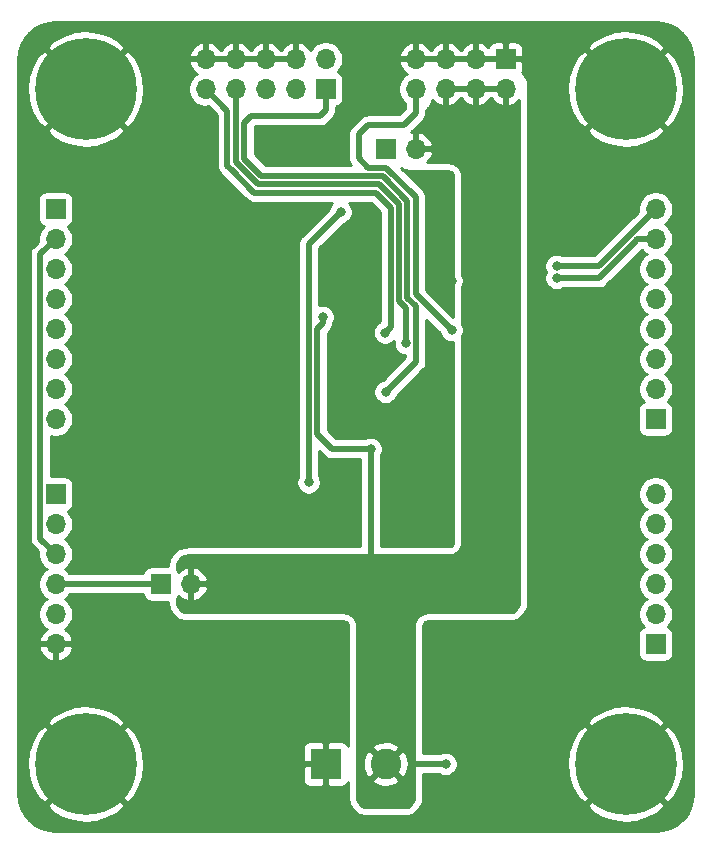
<source format=gbr>
%TF.GenerationSoftware,KiCad,Pcbnew,(5.1.6)-1*%
%TF.CreationDate,2021-04-07T17:49:54+02:00*%
%TF.ProjectId,atmega_isp,61746d65-6761-45f6-9973-702e6b696361,rev?*%
%TF.SameCoordinates,Original*%
%TF.FileFunction,Copper,L2,Bot*%
%TF.FilePolarity,Positive*%
%FSLAX46Y46*%
G04 Gerber Fmt 4.6, Leading zero omitted, Abs format (unit mm)*
G04 Created by KiCad (PCBNEW (5.1.6)-1) date 2021-04-07 17:49:54*
%MOMM*%
%LPD*%
G01*
G04 APERTURE LIST*
%TA.AperFunction,ComponentPad*%
%ADD10C,8.600000*%
%TD*%
%TA.AperFunction,ComponentPad*%
%ADD11C,0.900000*%
%TD*%
%TA.AperFunction,ComponentPad*%
%ADD12R,2.600000X2.600000*%
%TD*%
%TA.AperFunction,ComponentPad*%
%ADD13C,2.600000*%
%TD*%
%TA.AperFunction,ComponentPad*%
%ADD14R,1.700000X1.700000*%
%TD*%
%TA.AperFunction,ComponentPad*%
%ADD15O,1.700000X1.700000*%
%TD*%
%TA.AperFunction,ViaPad*%
%ADD16C,0.800000*%
%TD*%
%TA.AperFunction,Conductor*%
%ADD17C,0.508000*%
%TD*%
%TA.AperFunction,Conductor*%
%ADD18C,0.254000*%
%TD*%
G04 APERTURE END LIST*
D10*
%TO.P,H4,1*%
%TO.N,GND*%
X168910000Y-134620000D03*
D11*
X172135000Y-134620000D03*
X171190419Y-136900419D03*
X168910000Y-137845000D03*
X166629581Y-136900419D03*
X165685000Y-134620000D03*
X166629581Y-132339581D03*
X168910000Y-131395000D03*
X171190419Y-132339581D03*
%TD*%
%TO.P,H1,1*%
%TO.N,GND*%
X171190419Y-75189581D03*
X168910000Y-74245000D03*
X166629581Y-75189581D03*
X165685000Y-77470000D03*
X166629581Y-79750419D03*
X168910000Y-80695000D03*
X171190419Y-79750419D03*
X172135000Y-77470000D03*
D10*
X168910000Y-77470000D03*
%TD*%
%TO.P,H2,1*%
%TO.N,GND*%
X123190000Y-134620000D03*
D11*
X126415000Y-134620000D03*
X125470419Y-136900419D03*
X123190000Y-137845000D03*
X120909581Y-136900419D03*
X119965000Y-134620000D03*
X120909581Y-132339581D03*
X123190000Y-131395000D03*
X125470419Y-132339581D03*
%TD*%
%TO.P,H3,1*%
%TO.N,GND*%
X125470419Y-75189581D03*
X123190000Y-74245000D03*
X120909581Y-75189581D03*
X119965000Y-77470000D03*
X120909581Y-79750419D03*
X123190000Y-80695000D03*
X125470419Y-79750419D03*
X126415000Y-77470000D03*
D10*
X123190000Y-77470000D03*
%TD*%
D12*
%TO.P,J1,1*%
%TO.N,GND*%
X143510000Y-134620000D03*
D13*
%TO.P,J1,2*%
%TO.N,+5V*%
X148590000Y-134620000D03*
%TD*%
D14*
%TO.P,J2,1*%
%TO.N,PC0*%
X171450000Y-105410000D03*
D15*
%TO.P,J2,2*%
%TO.N,PC1*%
X171450000Y-102870000D03*
%TO.P,J2,3*%
%TO.N,PC2*%
X171450000Y-100330000D03*
%TO.P,J2,4*%
%TO.N,PC3*%
X171450000Y-97790000D03*
%TO.P,J2,5*%
%TO.N,PC4*%
X171450000Y-95250000D03*
%TO.P,J2,6*%
%TO.N,PC5*%
X171450000Y-92710000D03*
%TO.P,J2,7*%
%TO.N,ADC6*%
X171450000Y-90170000D03*
%TO.P,J2,8*%
%TO.N,ADC7*%
X171450000Y-87630000D03*
%TD*%
D14*
%TO.P,J4,1*%
%TO.N,Net-(J3-Pad2)*%
X148590000Y-82550000D03*
D15*
%TO.P,J4,2*%
%TO.N,+5V*%
X151130000Y-82550000D03*
%TD*%
%TO.P,J5,2*%
%TO.N,+5V*%
X132080000Y-119380000D03*
D14*
%TO.P,J5,1*%
%TO.N,Net-(J5-Pad1)*%
X129540000Y-119380000D03*
%TD*%
D15*
%TO.P,J6,8*%
%TO.N,PD7*%
X120650000Y-105410000D03*
%TO.P,J6,7*%
%TO.N,PD6*%
X120650000Y-102870000D03*
%TO.P,J6,6*%
%TO.N,PD5*%
X120650000Y-100330000D03*
%TO.P,J6,5*%
%TO.N,PD4*%
X120650000Y-97790000D03*
%TO.P,J6,4*%
%TO.N,PD3*%
X120650000Y-95250000D03*
%TO.P,J6,3*%
%TO.N,PD2*%
X120650000Y-92710000D03*
%TO.P,J6,2*%
%TO.N,PD1*%
X120650000Y-90170000D03*
D14*
%TO.P,J6,1*%
%TO.N,PD0*%
X120650000Y-87630000D03*
%TD*%
%TO.P,J7,1*%
%TO.N,Net-(J7-Pad1)*%
X120650000Y-111760000D03*
D15*
%TO.P,J7,2*%
%TO.N,PD0*%
X120650000Y-114300000D03*
%TO.P,J7,3*%
%TO.N,PD1*%
X120650000Y-116840000D03*
%TO.P,J7,4*%
%TO.N,Net-(J5-Pad1)*%
X120650000Y-119380000D03*
%TO.P,J7,5*%
%TO.N,Net-(J7-Pad5)*%
X120650000Y-121920000D03*
%TO.P,J7,6*%
%TO.N,GND*%
X120650000Y-124460000D03*
%TD*%
D14*
%TO.P,J8,1*%
%TO.N,PB0*%
X171450000Y-124460000D03*
D15*
%TO.P,J8,2*%
%TO.N,PB1*%
X171450000Y-121920000D03*
%TO.P,J8,3*%
%TO.N,PB2*%
X171450000Y-119380000D03*
%TO.P,J8,4*%
%TO.N,PB3*%
X171450000Y-116840000D03*
%TO.P,J8,5*%
%TO.N,PB4*%
X171450000Y-114300000D03*
%TO.P,J8,6*%
%TO.N,PB5*%
X171450000Y-111760000D03*
%TD*%
D14*
%TO.P,J9,1*%
%TO.N,GND*%
X158750000Y-74930000D03*
D15*
%TO.P,J9,2*%
%TO.N,+5V*%
X158750000Y-77470000D03*
%TO.P,J9,3*%
%TO.N,GND*%
X156210000Y-74930000D03*
%TO.P,J9,4*%
%TO.N,+5V*%
X156210000Y-77470000D03*
%TO.P,J9,5*%
%TO.N,GND*%
X153670000Y-74930000D03*
%TO.P,J9,6*%
%TO.N,+5V*%
X153670000Y-77470000D03*
%TO.P,J9,7*%
%TO.N,GND*%
X151130000Y-74930000D03*
%TO.P,J9,8*%
%TO.N,+5VA*%
X151130000Y-77470000D03*
%TD*%
D14*
%TO.P,J3,1*%
%TO.N,PB3*%
X143510000Y-77470000D03*
D15*
%TO.P,J3,2*%
%TO.N,Net-(J3-Pad2)*%
X143510000Y-74930000D03*
%TO.P,J3,3*%
%TO.N,Net-(J3-Pad3)*%
X140970000Y-77470000D03*
%TO.P,J3,4*%
%TO.N,GND*%
X140970000Y-74930000D03*
%TO.P,J3,5*%
%TO.N,~RST*%
X138430000Y-77470000D03*
%TO.P,J3,6*%
%TO.N,GND*%
X138430000Y-74930000D03*
%TO.P,J3,7*%
%TO.N,PB5*%
X135890000Y-77470000D03*
%TO.P,J3,8*%
%TO.N,GND*%
X135890000Y-74930000D03*
%TO.P,J3,9*%
%TO.N,PB4*%
X133350000Y-77470000D03*
%TO.P,J3,10*%
%TO.N,GND*%
X133350000Y-74930000D03*
%TD*%
D16*
%TO.N,+5V*%
X157988000Y-98806000D03*
X149860000Y-127000000D03*
X153670000Y-134620000D03*
X147320000Y-107950000D03*
X143256000Y-96774000D03*
%TO.N,GND*%
X170180000Y-129540000D03*
X167640000Y-129540000D03*
X134366000Y-103632000D03*
X136652000Y-100584000D03*
X143510000Y-93980000D03*
X143510000Y-93980000D03*
X154178000Y-93708000D03*
X129540000Y-73660000D03*
X129540000Y-76200000D03*
X129540000Y-78740000D03*
X129540000Y-81280000D03*
X129540000Y-83820000D03*
X129540000Y-86360000D03*
X127000000Y-86360000D03*
X124460000Y-86360000D03*
X124460000Y-83820000D03*
X127000000Y-83820000D03*
X127000000Y-81280000D03*
X132080000Y-81280000D03*
X132080000Y-83820000D03*
X132080000Y-86360000D03*
X134620000Y-86360000D03*
X139700000Y-81280000D03*
X142240000Y-81280000D03*
X144780000Y-81280000D03*
X147320000Y-73660000D03*
X162560000Y-73660000D03*
X162560000Y-76200000D03*
X162560000Y-78740000D03*
X162560000Y-81280000D03*
X162560000Y-83820000D03*
X162560000Y-86360000D03*
X165100000Y-86360000D03*
X165100000Y-83820000D03*
X165100000Y-81280000D03*
X167640000Y-83820000D03*
X167640000Y-86360000D03*
X170180000Y-83820000D03*
X172720000Y-83820000D03*
X172720000Y-81280000D03*
X152400000Y-86360000D03*
X162560000Y-96520000D03*
X165100000Y-96520000D03*
X165100000Y-99060000D03*
X162560000Y-99060000D03*
X162560000Y-101600000D03*
X165100000Y-101600000D03*
X167640000Y-101600000D03*
X167640000Y-104140000D03*
X167640000Y-106680000D03*
X167640000Y-109220000D03*
X165100000Y-109220000D03*
X162560000Y-109220000D03*
X162560000Y-106680000D03*
X165100000Y-106680000D03*
X165100000Y-104140000D03*
X162560000Y-104140000D03*
X162560000Y-116840000D03*
X162560000Y-119380000D03*
X162560000Y-121920000D03*
X165100000Y-121920000D03*
X165100000Y-119380000D03*
X165100000Y-116840000D03*
X167640000Y-121920000D03*
X167640000Y-124460000D03*
X165100000Y-124460000D03*
X162560000Y-124460000D03*
X160020000Y-124460000D03*
X157480000Y-124460000D03*
X154940000Y-124460000D03*
X152400000Y-124460000D03*
X152400000Y-127000000D03*
X154940000Y-127000000D03*
X154940000Y-129540000D03*
X157480000Y-129540000D03*
X157480000Y-127000000D03*
X152400000Y-129540000D03*
X152400000Y-132080000D03*
X154940000Y-132080000D03*
X157480000Y-132080000D03*
X160020000Y-132080000D03*
X162560000Y-132080000D03*
X162560000Y-129540000D03*
X160020000Y-129540000D03*
X160020000Y-127000000D03*
X162560000Y-127000000D03*
X165100000Y-127000000D03*
X167640000Y-127000000D03*
X170180000Y-127000000D03*
X172720000Y-127000000D03*
X172720000Y-129540000D03*
X162560000Y-134620000D03*
X162560000Y-137160000D03*
X160020000Y-137160000D03*
X160020000Y-134620000D03*
X157480000Y-134620000D03*
X157480000Y-137160000D03*
X154940000Y-137160000D03*
X152400000Y-137160000D03*
X144780000Y-137160000D03*
X142240000Y-137160000D03*
X139700000Y-137160000D03*
X137160000Y-137160000D03*
X134620000Y-137160000D03*
X129540000Y-137160000D03*
X132080000Y-137160000D03*
X129540000Y-134620000D03*
X132080000Y-134620000D03*
X134620000Y-134620000D03*
X137160000Y-134620000D03*
X139700000Y-134620000D03*
X139700000Y-132080000D03*
X142240000Y-132080000D03*
X144780000Y-132080000D03*
X144780000Y-129540000D03*
X142240000Y-129540000D03*
X139700000Y-129540000D03*
X137160000Y-132080000D03*
X137160000Y-129540000D03*
X134620000Y-129540000D03*
X134620000Y-132080000D03*
X132080000Y-132080000D03*
X132080000Y-129540000D03*
X129540000Y-129540000D03*
X129540000Y-132080000D03*
X127000000Y-129540000D03*
X127000000Y-127000000D03*
X124460000Y-127000000D03*
X129540000Y-127000000D03*
X132080000Y-127000000D03*
X134620000Y-127000000D03*
X137160000Y-127000000D03*
X139700000Y-127000000D03*
X139700000Y-124460000D03*
X142240000Y-124460000D03*
X144780000Y-124460000D03*
X134620000Y-124460000D03*
X137160000Y-124460000D03*
X132080000Y-124460000D03*
X129540000Y-124460000D03*
X127000000Y-124460000D03*
X124460000Y-124460000D03*
X129540000Y-121920000D03*
X127000000Y-121920000D03*
X124460000Y-121920000D03*
X124460000Y-116840000D03*
X127000000Y-116840000D03*
X129540000Y-116840000D03*
X129540000Y-114300000D03*
X127000000Y-114300000D03*
X124460000Y-114300000D03*
X124460000Y-111760000D03*
X127000000Y-111760000D03*
X129540000Y-111760000D03*
X132080000Y-111760000D03*
X134620000Y-111760000D03*
X134620000Y-114300000D03*
X132080000Y-114300000D03*
X144780000Y-114300000D03*
X152400000Y-114300000D03*
X152400000Y-104140000D03*
X124460000Y-109220000D03*
X124460000Y-101600000D03*
X124460000Y-99060000D03*
X124460000Y-96520000D03*
X124460000Y-93980000D03*
X127000000Y-93980000D03*
X127000000Y-96520000D03*
X127000000Y-99060000D03*
X127000000Y-101600000D03*
X127000000Y-104140000D03*
X129540000Y-104140000D03*
X129540000Y-106680000D03*
X132080000Y-106680000D03*
X129540000Y-101600000D03*
X129540000Y-99060000D03*
X129540000Y-96520000D03*
X129540000Y-93980000D03*
X132080000Y-93980000D03*
X132080000Y-96520000D03*
X132080000Y-99060000D03*
X132080000Y-101600000D03*
X132080000Y-104140000D03*
X134620000Y-93980000D03*
X139700000Y-101600000D03*
X139700000Y-99060000D03*
X147320000Y-93980000D03*
X147320000Y-96520000D03*
X121920000Y-83820000D03*
X119380000Y-83820000D03*
X119380000Y-81280000D03*
X127000000Y-73660000D03*
X121920000Y-127000000D03*
X119380000Y-127000000D03*
X119380000Y-129540000D03*
X124460000Y-129540000D03*
X121920000Y-129540000D03*
X165100000Y-129540000D03*
%TO.N,+5VA*%
X154178292Y-97882000D03*
%TO.N,~RST*%
X144780000Y-87884000D03*
X142075000Y-110780000D03*
%TO.N,ADC6*%
X163068000Y-93472000D03*
%TO.N,ADC7*%
X163068000Y-92456000D03*
%TO.N,PB3*%
X148590000Y-103124000D03*
%TO.N,PB5*%
X150300000Y-98992000D03*
%TO.N,PB4*%
X148538101Y-98095899D03*
%TD*%
D17*
%TO.N,+5V*%
X153670000Y-134620000D02*
X150876000Y-134620000D01*
X143256000Y-97282000D02*
X143256000Y-96774000D01*
X144018000Y-107950000D02*
X142783010Y-106715010D01*
X147320000Y-107950000D02*
X144018000Y-107950000D01*
X142783010Y-106715010D02*
X142783010Y-97754990D01*
X142783010Y-97754990D02*
X143256000Y-97282000D01*
X147320000Y-107950000D02*
X147320000Y-117602000D01*
%TO.N,GND*%
X143510000Y-93980000D02*
X144526000Y-93980000D01*
%TO.N,+5VA*%
X151130000Y-79502000D02*
X151130000Y-77470000D01*
X150114000Y-80518000D02*
X151130000Y-79502000D01*
X147066000Y-80518000D02*
X150114000Y-80518000D01*
X146304000Y-83312000D02*
X146304000Y-81280000D01*
X146304000Y-81280000D02*
X147066000Y-80518000D01*
X154178292Y-97882000D02*
X151130000Y-94833708D01*
X148629267Y-84127990D02*
X147119990Y-84127990D01*
X151130000Y-94833708D02*
X151130000Y-86628723D01*
X151130000Y-86628723D02*
X148629267Y-84127990D01*
X147119990Y-84127990D02*
X146304000Y-83312000D01*
%TO.N,~RST*%
X144780000Y-87884000D02*
X142075000Y-90589000D01*
X142075000Y-90589000D02*
X142075000Y-110780000D01*
%TO.N,ADC6*%
X169911276Y-90170000D02*
X171450000Y-90170000D01*
X169672000Y-90424000D02*
X169672000Y-90409276D01*
X169672000Y-90409276D02*
X169911276Y-90170000D01*
X163068000Y-93472000D02*
X166624000Y-93472000D01*
X166624000Y-93472000D02*
X169672000Y-90424000D01*
%TO.N,ADC7*%
X166624000Y-92456000D02*
X171450000Y-87630000D01*
X163068000Y-92456000D02*
X166624000Y-92456000D01*
%TO.N,PB3*%
X150421990Y-86921990D02*
X148336000Y-84836000D01*
X143002000Y-79756000D02*
X143510000Y-79248000D01*
X150421990Y-95126975D02*
X150421990Y-86921990D01*
X143510000Y-79248000D02*
X143510000Y-77470000D01*
X151154001Y-95858985D02*
X150421990Y-95126975D01*
X151154001Y-100559999D02*
X151154001Y-95858985D01*
X148336000Y-84836000D02*
X138068020Y-84836000D01*
X138068020Y-84836000D02*
X136598010Y-83365990D01*
X148590000Y-103124000D02*
X151154001Y-100559999D01*
X136598010Y-83365990D02*
X136598010Y-80317990D01*
X136598010Y-80317990D02*
X137160000Y-79756000D01*
X137160000Y-79756000D02*
X143002000Y-79756000D01*
%TO.N,PB5*%
X150300000Y-96006263D02*
X150300000Y-98992000D01*
X135890000Y-83659257D02*
X137774753Y-85544010D01*
X137774753Y-85544010D02*
X148042734Y-85544010D01*
X149713981Y-95420244D02*
X150300000Y-96006263D01*
X148042734Y-85544010D02*
X149713980Y-87215256D01*
X135890000Y-77470000D02*
X135890000Y-83659257D01*
X149713980Y-87215256D02*
X149713981Y-95420244D01*
%TO.N,Net-(J5-Pad1)*%
X120650000Y-119380000D02*
X129540000Y-119380000D01*
%TO.N,PD1*%
X119345999Y-91474001D02*
X120650000Y-90170000D01*
X119345999Y-115535999D02*
X119345999Y-91474001D01*
X120650000Y-116840000D02*
X119345999Y-115535999D01*
%TO.N,PB4*%
X133350000Y-77470000D02*
X135181990Y-79301990D01*
X135181990Y-83952524D02*
X135596734Y-84367267D01*
X135181990Y-79301990D02*
X135181990Y-83952524D01*
X135596734Y-84367267D02*
X137481486Y-86252020D01*
X137481486Y-86252020D02*
X147749468Y-86252020D01*
X147749468Y-86252020D02*
X149005972Y-87508524D01*
X149005972Y-97628028D02*
X148538101Y-98095899D01*
X149005972Y-87508524D02*
X149005972Y-97628028D01*
%TD*%
D18*
%TO.N,+5V*%
G36*
X153797000Y-77343000D02*
G01*
X156083000Y-77343000D01*
X156083000Y-77323000D01*
X156337000Y-77323000D01*
X156337000Y-77343000D01*
X158623000Y-77343000D01*
X158623000Y-77323000D01*
X158877000Y-77323000D01*
X158877000Y-77343000D01*
X158897000Y-77343000D01*
X158897000Y-77597000D01*
X158877000Y-77597000D01*
X158877000Y-78790155D01*
X159106890Y-78911476D01*
X159254099Y-78866825D01*
X159516920Y-78741641D01*
X159750269Y-78567588D01*
X159893000Y-78409242D01*
X159893000Y-120913766D01*
X159875624Y-121090189D01*
X159825978Y-121253850D01*
X159745362Y-121404672D01*
X159636870Y-121536870D01*
X159504672Y-121645362D01*
X159353850Y-121725978D01*
X159190189Y-121775624D01*
X159013766Y-121793000D01*
X152130000Y-121793000D01*
X152117552Y-121793612D01*
X151922462Y-121812827D01*
X151898044Y-121817683D01*
X151710451Y-121874588D01*
X151687450Y-121884116D01*
X151514563Y-121976526D01*
X151493862Y-121990358D01*
X151342325Y-122114721D01*
X151324721Y-122132325D01*
X151200358Y-122283862D01*
X151186526Y-122304563D01*
X151094116Y-122477450D01*
X151084588Y-122500451D01*
X151027683Y-122688044D01*
X151022827Y-122712462D01*
X151003612Y-122907552D01*
X151003000Y-122920000D01*
X151003000Y-137423766D01*
X150985624Y-137600189D01*
X150935978Y-137763850D01*
X150855362Y-137914672D01*
X150746870Y-138046870D01*
X150614672Y-138155362D01*
X150463850Y-138235978D01*
X150300189Y-138285624D01*
X150123766Y-138303000D01*
X147056234Y-138303000D01*
X146879811Y-138285624D01*
X146716150Y-138235978D01*
X146565328Y-138155362D01*
X146433130Y-138046870D01*
X146324638Y-137914672D01*
X146244022Y-137763850D01*
X146194376Y-137600189D01*
X146177000Y-137423766D01*
X146177000Y-135969224D01*
X147420381Y-135969224D01*
X147552317Y-136264312D01*
X147893045Y-136435159D01*
X148260557Y-136536250D01*
X148640729Y-136563701D01*
X149018951Y-136516457D01*
X149380690Y-136396333D01*
X149627683Y-136264312D01*
X149759619Y-135969224D01*
X148590000Y-134799605D01*
X147420381Y-135969224D01*
X146177000Y-135969224D01*
X146177000Y-134670729D01*
X146646299Y-134670729D01*
X146693543Y-135048951D01*
X146813667Y-135410690D01*
X146945688Y-135657683D01*
X147240776Y-135789619D01*
X148410395Y-134620000D01*
X148769605Y-134620000D01*
X149939224Y-135789619D01*
X150234312Y-135657683D01*
X150405159Y-135316955D01*
X150506250Y-134949443D01*
X150533701Y-134569271D01*
X150486457Y-134191049D01*
X150366333Y-133829310D01*
X150234312Y-133582317D01*
X149939224Y-133450381D01*
X148769605Y-134620000D01*
X148410395Y-134620000D01*
X147240776Y-133450381D01*
X146945688Y-133582317D01*
X146774841Y-133923045D01*
X146673750Y-134290557D01*
X146646299Y-134670729D01*
X146177000Y-134670729D01*
X146177000Y-133270776D01*
X147420381Y-133270776D01*
X148590000Y-134440395D01*
X149759619Y-133270776D01*
X149627683Y-132975688D01*
X149286955Y-132804841D01*
X148919443Y-132703750D01*
X148539271Y-132676299D01*
X148161049Y-132723543D01*
X147799310Y-132843667D01*
X147552317Y-132975688D01*
X147420381Y-133270776D01*
X146177000Y-133270776D01*
X146177000Y-122920000D01*
X146176388Y-122907552D01*
X146157173Y-122712462D01*
X146152317Y-122688044D01*
X146095412Y-122500451D01*
X146085884Y-122477450D01*
X145993474Y-122304563D01*
X145979642Y-122283862D01*
X145855279Y-122132325D01*
X145837675Y-122114721D01*
X145686138Y-121990358D01*
X145665437Y-121976526D01*
X145492550Y-121884116D01*
X145469549Y-121874588D01*
X145281956Y-121817683D01*
X145257538Y-121812827D01*
X145062448Y-121793612D01*
X145050000Y-121793000D01*
X131816234Y-121793000D01*
X131639811Y-121775624D01*
X131476150Y-121725978D01*
X131325328Y-121645362D01*
X131193130Y-121536870D01*
X131084638Y-121404672D01*
X131004022Y-121253850D01*
X130954376Y-121090189D01*
X130937000Y-120913766D01*
X130937000Y-120553694D01*
X130979502Y-120474180D01*
X131003966Y-120393534D01*
X131079731Y-120477588D01*
X131313080Y-120651641D01*
X131575901Y-120776825D01*
X131723110Y-120821476D01*
X131953000Y-120700155D01*
X131953000Y-119507000D01*
X132207000Y-119507000D01*
X132207000Y-120700155D01*
X132436890Y-120821476D01*
X132584099Y-120776825D01*
X132846920Y-120651641D01*
X133080269Y-120477588D01*
X133275178Y-120261355D01*
X133424157Y-120011252D01*
X133521481Y-119736891D01*
X133400814Y-119507000D01*
X132207000Y-119507000D01*
X131953000Y-119507000D01*
X131933000Y-119507000D01*
X131933000Y-119253000D01*
X131953000Y-119253000D01*
X131953000Y-118059845D01*
X132207000Y-118059845D01*
X132207000Y-119253000D01*
X133400814Y-119253000D01*
X133521481Y-119023109D01*
X133424157Y-118748748D01*
X133275178Y-118498645D01*
X133080269Y-118282412D01*
X132846920Y-118108359D01*
X132584099Y-117983175D01*
X132436890Y-117938524D01*
X132207000Y-118059845D01*
X131953000Y-118059845D01*
X131723110Y-117938524D01*
X131575901Y-117983175D01*
X131313080Y-118108359D01*
X131079731Y-118282412D01*
X131003966Y-118366466D01*
X130979502Y-118285820D01*
X130937000Y-118206306D01*
X130937000Y-117846234D01*
X130954376Y-117669811D01*
X131004022Y-117506150D01*
X131084638Y-117355328D01*
X131193130Y-117223130D01*
X131325328Y-117114638D01*
X131476150Y-117034022D01*
X131639811Y-116984376D01*
X131816234Y-116967000D01*
X153940000Y-116967000D01*
X153952448Y-116966388D01*
X154147538Y-116947173D01*
X154171956Y-116942317D01*
X154359549Y-116885412D01*
X154382550Y-116875884D01*
X154555437Y-116783474D01*
X154576138Y-116769642D01*
X154727675Y-116645279D01*
X154745279Y-116627675D01*
X154869642Y-116476138D01*
X154883474Y-116455437D01*
X154975884Y-116282550D01*
X154985412Y-116259549D01*
X155042317Y-116071956D01*
X155047173Y-116047538D01*
X155066388Y-115852448D01*
X155067000Y-115840000D01*
X155067000Y-98414905D01*
X155095497Y-98372256D01*
X155173518Y-98183898D01*
X155213292Y-97983939D01*
X155213292Y-97780061D01*
X155173518Y-97580102D01*
X155095497Y-97391744D01*
X155067000Y-97349095D01*
X155067000Y-94240468D01*
X155095205Y-94198256D01*
X155173226Y-94009898D01*
X155213000Y-93809939D01*
X155213000Y-93606061D01*
X155173226Y-93406102D01*
X155095205Y-93217744D01*
X155067000Y-93175532D01*
X155067000Y-84820000D01*
X155066388Y-84807552D01*
X155047173Y-84612462D01*
X155042317Y-84588044D01*
X154985412Y-84400451D01*
X154975884Y-84377450D01*
X154883474Y-84204563D01*
X154869642Y-84183862D01*
X154745279Y-84032325D01*
X154727675Y-84014721D01*
X154576138Y-83890358D01*
X154555437Y-83876526D01*
X154382550Y-83784116D01*
X154359549Y-83774588D01*
X154171956Y-83717683D01*
X154147538Y-83712827D01*
X153952448Y-83693612D01*
X153940000Y-83693000D01*
X152069386Y-83693000D01*
X152130269Y-83647588D01*
X152325178Y-83431355D01*
X152474157Y-83181252D01*
X152571481Y-82906891D01*
X152450814Y-82677000D01*
X151257000Y-82677000D01*
X151257000Y-82697000D01*
X151003000Y-82697000D01*
X151003000Y-82677000D01*
X150983000Y-82677000D01*
X150983000Y-82423000D01*
X151003000Y-82423000D01*
X151003000Y-81229845D01*
X151257000Y-81229845D01*
X151257000Y-82423000D01*
X152450814Y-82423000D01*
X152571481Y-82193109D01*
X152474157Y-81918748D01*
X152325178Y-81668645D01*
X152130269Y-81452412D01*
X151896920Y-81278359D01*
X151634099Y-81153175D01*
X151486890Y-81108524D01*
X151257000Y-81229845D01*
X151003000Y-81229845D01*
X150778085Y-81111150D01*
X151727743Y-80161493D01*
X151761659Y-80133659D01*
X151872753Y-79998291D01*
X151955303Y-79843851D01*
X152001154Y-79692697D01*
X152006136Y-79676275D01*
X152015448Y-79581726D01*
X152019000Y-79545667D01*
X152019000Y-79545660D01*
X152023300Y-79502000D01*
X152019000Y-79458340D01*
X152019000Y-79300606D01*
X152196910Y-79122696D01*
X152205279Y-79113461D01*
X152329642Y-78961925D01*
X152343474Y-78941224D01*
X152435884Y-78768337D01*
X152445412Y-78745336D01*
X152502317Y-78557743D01*
X152507173Y-78533325D01*
X152520143Y-78401635D01*
X152669731Y-78567588D01*
X152903080Y-78741641D01*
X153165901Y-78866825D01*
X153313110Y-78911476D01*
X153543000Y-78790155D01*
X153543000Y-77597000D01*
X153797000Y-77597000D01*
X153797000Y-78790155D01*
X154026890Y-78911476D01*
X154174099Y-78866825D01*
X154436920Y-78741641D01*
X154670269Y-78567588D01*
X154865178Y-78351355D01*
X154940000Y-78225745D01*
X155014822Y-78351355D01*
X155209731Y-78567588D01*
X155443080Y-78741641D01*
X155705901Y-78866825D01*
X155853110Y-78911476D01*
X156083000Y-78790155D01*
X156083000Y-77597000D01*
X156337000Y-77597000D01*
X156337000Y-78790155D01*
X156566890Y-78911476D01*
X156714099Y-78866825D01*
X156976920Y-78741641D01*
X157210269Y-78567588D01*
X157405178Y-78351355D01*
X157480000Y-78225745D01*
X157554822Y-78351355D01*
X157749731Y-78567588D01*
X157983080Y-78741641D01*
X158245901Y-78866825D01*
X158393110Y-78911476D01*
X158623000Y-78790155D01*
X158623000Y-77597000D01*
X156337000Y-77597000D01*
X156083000Y-77597000D01*
X153797000Y-77597000D01*
X153543000Y-77597000D01*
X153523000Y-77597000D01*
X153523000Y-77343000D01*
X153543000Y-77343000D01*
X153543000Y-77323000D01*
X153797000Y-77323000D01*
X153797000Y-77343000D01*
G37*
X153797000Y-77343000D02*
X156083000Y-77343000D01*
X156083000Y-77323000D01*
X156337000Y-77323000D01*
X156337000Y-77343000D01*
X158623000Y-77343000D01*
X158623000Y-77323000D01*
X158877000Y-77323000D01*
X158877000Y-77343000D01*
X158897000Y-77343000D01*
X158897000Y-77597000D01*
X158877000Y-77597000D01*
X158877000Y-78790155D01*
X159106890Y-78911476D01*
X159254099Y-78866825D01*
X159516920Y-78741641D01*
X159750269Y-78567588D01*
X159893000Y-78409242D01*
X159893000Y-120913766D01*
X159875624Y-121090189D01*
X159825978Y-121253850D01*
X159745362Y-121404672D01*
X159636870Y-121536870D01*
X159504672Y-121645362D01*
X159353850Y-121725978D01*
X159190189Y-121775624D01*
X159013766Y-121793000D01*
X152130000Y-121793000D01*
X152117552Y-121793612D01*
X151922462Y-121812827D01*
X151898044Y-121817683D01*
X151710451Y-121874588D01*
X151687450Y-121884116D01*
X151514563Y-121976526D01*
X151493862Y-121990358D01*
X151342325Y-122114721D01*
X151324721Y-122132325D01*
X151200358Y-122283862D01*
X151186526Y-122304563D01*
X151094116Y-122477450D01*
X151084588Y-122500451D01*
X151027683Y-122688044D01*
X151022827Y-122712462D01*
X151003612Y-122907552D01*
X151003000Y-122920000D01*
X151003000Y-137423766D01*
X150985624Y-137600189D01*
X150935978Y-137763850D01*
X150855362Y-137914672D01*
X150746870Y-138046870D01*
X150614672Y-138155362D01*
X150463850Y-138235978D01*
X150300189Y-138285624D01*
X150123766Y-138303000D01*
X147056234Y-138303000D01*
X146879811Y-138285624D01*
X146716150Y-138235978D01*
X146565328Y-138155362D01*
X146433130Y-138046870D01*
X146324638Y-137914672D01*
X146244022Y-137763850D01*
X146194376Y-137600189D01*
X146177000Y-137423766D01*
X146177000Y-135969224D01*
X147420381Y-135969224D01*
X147552317Y-136264312D01*
X147893045Y-136435159D01*
X148260557Y-136536250D01*
X148640729Y-136563701D01*
X149018951Y-136516457D01*
X149380690Y-136396333D01*
X149627683Y-136264312D01*
X149759619Y-135969224D01*
X148590000Y-134799605D01*
X147420381Y-135969224D01*
X146177000Y-135969224D01*
X146177000Y-134670729D01*
X146646299Y-134670729D01*
X146693543Y-135048951D01*
X146813667Y-135410690D01*
X146945688Y-135657683D01*
X147240776Y-135789619D01*
X148410395Y-134620000D01*
X148769605Y-134620000D01*
X149939224Y-135789619D01*
X150234312Y-135657683D01*
X150405159Y-135316955D01*
X150506250Y-134949443D01*
X150533701Y-134569271D01*
X150486457Y-134191049D01*
X150366333Y-133829310D01*
X150234312Y-133582317D01*
X149939224Y-133450381D01*
X148769605Y-134620000D01*
X148410395Y-134620000D01*
X147240776Y-133450381D01*
X146945688Y-133582317D01*
X146774841Y-133923045D01*
X146673750Y-134290557D01*
X146646299Y-134670729D01*
X146177000Y-134670729D01*
X146177000Y-133270776D01*
X147420381Y-133270776D01*
X148590000Y-134440395D01*
X149759619Y-133270776D01*
X149627683Y-132975688D01*
X149286955Y-132804841D01*
X148919443Y-132703750D01*
X148539271Y-132676299D01*
X148161049Y-132723543D01*
X147799310Y-132843667D01*
X147552317Y-132975688D01*
X147420381Y-133270776D01*
X146177000Y-133270776D01*
X146177000Y-122920000D01*
X146176388Y-122907552D01*
X146157173Y-122712462D01*
X146152317Y-122688044D01*
X146095412Y-122500451D01*
X146085884Y-122477450D01*
X145993474Y-122304563D01*
X145979642Y-122283862D01*
X145855279Y-122132325D01*
X145837675Y-122114721D01*
X145686138Y-121990358D01*
X145665437Y-121976526D01*
X145492550Y-121884116D01*
X145469549Y-121874588D01*
X145281956Y-121817683D01*
X145257538Y-121812827D01*
X145062448Y-121793612D01*
X145050000Y-121793000D01*
X131816234Y-121793000D01*
X131639811Y-121775624D01*
X131476150Y-121725978D01*
X131325328Y-121645362D01*
X131193130Y-121536870D01*
X131084638Y-121404672D01*
X131004022Y-121253850D01*
X130954376Y-121090189D01*
X130937000Y-120913766D01*
X130937000Y-120553694D01*
X130979502Y-120474180D01*
X131003966Y-120393534D01*
X131079731Y-120477588D01*
X131313080Y-120651641D01*
X131575901Y-120776825D01*
X131723110Y-120821476D01*
X131953000Y-120700155D01*
X131953000Y-119507000D01*
X132207000Y-119507000D01*
X132207000Y-120700155D01*
X132436890Y-120821476D01*
X132584099Y-120776825D01*
X132846920Y-120651641D01*
X133080269Y-120477588D01*
X133275178Y-120261355D01*
X133424157Y-120011252D01*
X133521481Y-119736891D01*
X133400814Y-119507000D01*
X132207000Y-119507000D01*
X131953000Y-119507000D01*
X131933000Y-119507000D01*
X131933000Y-119253000D01*
X131953000Y-119253000D01*
X131953000Y-118059845D01*
X132207000Y-118059845D01*
X132207000Y-119253000D01*
X133400814Y-119253000D01*
X133521481Y-119023109D01*
X133424157Y-118748748D01*
X133275178Y-118498645D01*
X133080269Y-118282412D01*
X132846920Y-118108359D01*
X132584099Y-117983175D01*
X132436890Y-117938524D01*
X132207000Y-118059845D01*
X131953000Y-118059845D01*
X131723110Y-117938524D01*
X131575901Y-117983175D01*
X131313080Y-118108359D01*
X131079731Y-118282412D01*
X131003966Y-118366466D01*
X130979502Y-118285820D01*
X130937000Y-118206306D01*
X130937000Y-117846234D01*
X130954376Y-117669811D01*
X131004022Y-117506150D01*
X131084638Y-117355328D01*
X131193130Y-117223130D01*
X131325328Y-117114638D01*
X131476150Y-117034022D01*
X131639811Y-116984376D01*
X131816234Y-116967000D01*
X153940000Y-116967000D01*
X153952448Y-116966388D01*
X154147538Y-116947173D01*
X154171956Y-116942317D01*
X154359549Y-116885412D01*
X154382550Y-116875884D01*
X154555437Y-116783474D01*
X154576138Y-116769642D01*
X154727675Y-116645279D01*
X154745279Y-116627675D01*
X154869642Y-116476138D01*
X154883474Y-116455437D01*
X154975884Y-116282550D01*
X154985412Y-116259549D01*
X155042317Y-116071956D01*
X155047173Y-116047538D01*
X155066388Y-115852448D01*
X155067000Y-115840000D01*
X155067000Y-98414905D01*
X155095497Y-98372256D01*
X155173518Y-98183898D01*
X155213292Y-97983939D01*
X155213292Y-97780061D01*
X155173518Y-97580102D01*
X155095497Y-97391744D01*
X155067000Y-97349095D01*
X155067000Y-94240468D01*
X155095205Y-94198256D01*
X155173226Y-94009898D01*
X155213000Y-93809939D01*
X155213000Y-93606061D01*
X155173226Y-93406102D01*
X155095205Y-93217744D01*
X155067000Y-93175532D01*
X155067000Y-84820000D01*
X155066388Y-84807552D01*
X155047173Y-84612462D01*
X155042317Y-84588044D01*
X154985412Y-84400451D01*
X154975884Y-84377450D01*
X154883474Y-84204563D01*
X154869642Y-84183862D01*
X154745279Y-84032325D01*
X154727675Y-84014721D01*
X154576138Y-83890358D01*
X154555437Y-83876526D01*
X154382550Y-83784116D01*
X154359549Y-83774588D01*
X154171956Y-83717683D01*
X154147538Y-83712827D01*
X153952448Y-83693612D01*
X153940000Y-83693000D01*
X152069386Y-83693000D01*
X152130269Y-83647588D01*
X152325178Y-83431355D01*
X152474157Y-83181252D01*
X152571481Y-82906891D01*
X152450814Y-82677000D01*
X151257000Y-82677000D01*
X151257000Y-82697000D01*
X151003000Y-82697000D01*
X151003000Y-82677000D01*
X150983000Y-82677000D01*
X150983000Y-82423000D01*
X151003000Y-82423000D01*
X151003000Y-81229845D01*
X151257000Y-81229845D01*
X151257000Y-82423000D01*
X152450814Y-82423000D01*
X152571481Y-82193109D01*
X152474157Y-81918748D01*
X152325178Y-81668645D01*
X152130269Y-81452412D01*
X151896920Y-81278359D01*
X151634099Y-81153175D01*
X151486890Y-81108524D01*
X151257000Y-81229845D01*
X151003000Y-81229845D01*
X150778085Y-81111150D01*
X151727743Y-80161493D01*
X151761659Y-80133659D01*
X151872753Y-79998291D01*
X151955303Y-79843851D01*
X152001154Y-79692697D01*
X152006136Y-79676275D01*
X152015448Y-79581726D01*
X152019000Y-79545667D01*
X152019000Y-79545660D01*
X152023300Y-79502000D01*
X152019000Y-79458340D01*
X152019000Y-79300606D01*
X152196910Y-79122696D01*
X152205279Y-79113461D01*
X152329642Y-78961925D01*
X152343474Y-78941224D01*
X152435884Y-78768337D01*
X152445412Y-78745336D01*
X152502317Y-78557743D01*
X152507173Y-78533325D01*
X152520143Y-78401635D01*
X152669731Y-78567588D01*
X152903080Y-78741641D01*
X153165901Y-78866825D01*
X153313110Y-78911476D01*
X153543000Y-78790155D01*
X153543000Y-77597000D01*
X153797000Y-77597000D01*
X153797000Y-78790155D01*
X154026890Y-78911476D01*
X154174099Y-78866825D01*
X154436920Y-78741641D01*
X154670269Y-78567588D01*
X154865178Y-78351355D01*
X154940000Y-78225745D01*
X155014822Y-78351355D01*
X155209731Y-78567588D01*
X155443080Y-78741641D01*
X155705901Y-78866825D01*
X155853110Y-78911476D01*
X156083000Y-78790155D01*
X156083000Y-77597000D01*
X156337000Y-77597000D01*
X156337000Y-78790155D01*
X156566890Y-78911476D01*
X156714099Y-78866825D01*
X156976920Y-78741641D01*
X157210269Y-78567588D01*
X157405178Y-78351355D01*
X157480000Y-78225745D01*
X157554822Y-78351355D01*
X157749731Y-78567588D01*
X157983080Y-78741641D01*
X158245901Y-78866825D01*
X158393110Y-78911476D01*
X158623000Y-78790155D01*
X158623000Y-77597000D01*
X156337000Y-77597000D01*
X156083000Y-77597000D01*
X153797000Y-77597000D01*
X153543000Y-77597000D01*
X153523000Y-77597000D01*
X153523000Y-77343000D01*
X153543000Y-77343000D01*
X153543000Y-77323000D01*
X153797000Y-77323000D01*
X153797000Y-77343000D01*
%TO.N,GND*%
G36*
X172061222Y-71843096D02*
G01*
X172649164Y-72020606D01*
X173191436Y-72308937D01*
X173667364Y-72697094D01*
X174058845Y-73170314D01*
X174350951Y-73710552D01*
X174532563Y-74297244D01*
X174600001Y-74938888D01*
X174600000Y-137127721D01*
X174536904Y-137771221D01*
X174359394Y-138359164D01*
X174071063Y-138901436D01*
X173682906Y-139377364D01*
X173209686Y-139768845D01*
X172669449Y-140060950D01*
X172082756Y-140242563D01*
X171441130Y-140310000D01*
X120682279Y-140310000D01*
X120038779Y-140246904D01*
X119450836Y-140069394D01*
X118908564Y-139781063D01*
X118432636Y-139392906D01*
X118041155Y-138919686D01*
X117749050Y-138379449D01*
X117663418Y-138102818D01*
X119886787Y-138102818D01*
X120378946Y-138705149D01*
X121229933Y-139175063D01*
X122156243Y-139469929D01*
X123122281Y-139578414D01*
X124090921Y-139496351D01*
X125024938Y-139226893D01*
X125888440Y-138780394D01*
X126001054Y-138705149D01*
X126493213Y-138102818D01*
X123190000Y-134799605D01*
X119886787Y-138102818D01*
X117663418Y-138102818D01*
X117567437Y-137792756D01*
X117500000Y-137151130D01*
X117500000Y-134552281D01*
X118231586Y-134552281D01*
X118313649Y-135520921D01*
X118583107Y-136454938D01*
X119029606Y-137318440D01*
X119104851Y-137431054D01*
X119707182Y-137923213D01*
X123010395Y-134620000D01*
X123369605Y-134620000D01*
X126672818Y-137923213D01*
X127275149Y-137431054D01*
X127745063Y-136580067D01*
X127955177Y-135920000D01*
X141571928Y-135920000D01*
X141584188Y-136044482D01*
X141620498Y-136164180D01*
X141679463Y-136274494D01*
X141758815Y-136371185D01*
X141855506Y-136450537D01*
X141965820Y-136509502D01*
X142085518Y-136545812D01*
X142210000Y-136558072D01*
X143224250Y-136555000D01*
X143383000Y-136396250D01*
X143383000Y-134747000D01*
X141733750Y-134747000D01*
X141575000Y-134905750D01*
X141571928Y-135920000D01*
X127955177Y-135920000D01*
X128039929Y-135653757D01*
X128148414Y-134687719D01*
X128066351Y-133719079D01*
X127951220Y-133320000D01*
X141571928Y-133320000D01*
X141575000Y-134334250D01*
X141733750Y-134493000D01*
X143383000Y-134493000D01*
X143383000Y-132843750D01*
X143224250Y-132685000D01*
X142210000Y-132681928D01*
X142085518Y-132694188D01*
X141965820Y-132730498D01*
X141855506Y-132789463D01*
X141758815Y-132868815D01*
X141679463Y-132965506D01*
X141620498Y-133075820D01*
X141584188Y-133195518D01*
X141571928Y-133320000D01*
X127951220Y-133320000D01*
X127796893Y-132785062D01*
X127350394Y-131921560D01*
X127275149Y-131808946D01*
X126672818Y-131316787D01*
X123369605Y-134620000D01*
X123010395Y-134620000D01*
X119707182Y-131316787D01*
X119104851Y-131808946D01*
X118634937Y-132659933D01*
X118340071Y-133586243D01*
X118231586Y-134552281D01*
X117500000Y-134552281D01*
X117500000Y-131137182D01*
X119886787Y-131137182D01*
X123190000Y-134440395D01*
X126493213Y-131137182D01*
X126001054Y-130534851D01*
X125150067Y-130064937D01*
X124223757Y-129770071D01*
X123257719Y-129661586D01*
X122289079Y-129743649D01*
X121355062Y-130013107D01*
X120491560Y-130459606D01*
X120378946Y-130534851D01*
X119886787Y-131137182D01*
X117500000Y-131137182D01*
X117500000Y-124816890D01*
X119208524Y-124816890D01*
X119253175Y-124964099D01*
X119378359Y-125226920D01*
X119552412Y-125460269D01*
X119768645Y-125655178D01*
X120018748Y-125804157D01*
X120293109Y-125901481D01*
X120523000Y-125780814D01*
X120523000Y-124587000D01*
X120777000Y-124587000D01*
X120777000Y-125780814D01*
X121006891Y-125901481D01*
X121281252Y-125804157D01*
X121531355Y-125655178D01*
X121747588Y-125460269D01*
X121921641Y-125226920D01*
X122046825Y-124964099D01*
X122091476Y-124816890D01*
X121970155Y-124587000D01*
X120777000Y-124587000D01*
X120523000Y-124587000D01*
X119329845Y-124587000D01*
X119208524Y-124816890D01*
X117500000Y-124816890D01*
X117500000Y-91474001D01*
X118452699Y-91474001D01*
X118457000Y-91517671D01*
X118456999Y-115492339D01*
X118452699Y-115535999D01*
X118456999Y-115579659D01*
X118456999Y-115579665D01*
X118469863Y-115710272D01*
X118520696Y-115877849D01*
X118603246Y-116032289D01*
X118714340Y-116167658D01*
X118748263Y-116195498D01*
X119178523Y-116625758D01*
X119165000Y-116693740D01*
X119165000Y-116986260D01*
X119222068Y-117273158D01*
X119334010Y-117543411D01*
X119496525Y-117786632D01*
X119703368Y-117993475D01*
X119877760Y-118110000D01*
X119703368Y-118226525D01*
X119496525Y-118433368D01*
X119334010Y-118676589D01*
X119222068Y-118946842D01*
X119165000Y-119233740D01*
X119165000Y-119526260D01*
X119222068Y-119813158D01*
X119334010Y-120083411D01*
X119496525Y-120326632D01*
X119703368Y-120533475D01*
X119877760Y-120650000D01*
X119703368Y-120766525D01*
X119496525Y-120973368D01*
X119334010Y-121216589D01*
X119222068Y-121486842D01*
X119165000Y-121773740D01*
X119165000Y-122066260D01*
X119222068Y-122353158D01*
X119334010Y-122623411D01*
X119496525Y-122866632D01*
X119703368Y-123073475D01*
X119885534Y-123195195D01*
X119768645Y-123264822D01*
X119552412Y-123459731D01*
X119378359Y-123693080D01*
X119253175Y-123955901D01*
X119208524Y-124103110D01*
X119329845Y-124333000D01*
X120523000Y-124333000D01*
X120523000Y-124313000D01*
X120777000Y-124313000D01*
X120777000Y-124333000D01*
X121970155Y-124333000D01*
X122091476Y-124103110D01*
X122046825Y-123955901D01*
X121921641Y-123693080D01*
X121747588Y-123459731D01*
X121531355Y-123264822D01*
X121414466Y-123195195D01*
X121596632Y-123073475D01*
X121803475Y-122866632D01*
X121965990Y-122623411D01*
X122077932Y-122353158D01*
X122135000Y-122066260D01*
X122135000Y-121773740D01*
X122077932Y-121486842D01*
X121965990Y-121216589D01*
X121803475Y-120973368D01*
X121596632Y-120766525D01*
X121422240Y-120650000D01*
X121596632Y-120533475D01*
X121803475Y-120326632D01*
X121841983Y-120269000D01*
X128055769Y-120269000D01*
X128064188Y-120354482D01*
X128100498Y-120474180D01*
X128159463Y-120584494D01*
X128238815Y-120681185D01*
X128335506Y-120760537D01*
X128445820Y-120819502D01*
X128565518Y-120855812D01*
X128690000Y-120868072D01*
X130175000Y-120868072D01*
X130175000Y-120920000D01*
X130178058Y-120982242D01*
X130197273Y-121177332D01*
X130221557Y-121299419D01*
X130278462Y-121487012D01*
X130326100Y-121602020D01*
X130418510Y-121774907D01*
X130487668Y-121878409D01*
X130612031Y-122029946D01*
X130700054Y-122117969D01*
X130851591Y-122242332D01*
X130955093Y-122311490D01*
X131127980Y-122403900D01*
X131242988Y-122451538D01*
X131430581Y-122508443D01*
X131552668Y-122532727D01*
X131747758Y-122551942D01*
X131810000Y-122555000D01*
X145018806Y-122555000D01*
X145120606Y-122565027D01*
X145188506Y-122585623D01*
X145251077Y-122619069D01*
X145305922Y-122664078D01*
X145350931Y-122718923D01*
X145384377Y-122781494D01*
X145404973Y-122849394D01*
X145415000Y-122951194D01*
X145415000Y-133126910D01*
X145399502Y-133075820D01*
X145340537Y-132965506D01*
X145261185Y-132868815D01*
X145164494Y-132789463D01*
X145054180Y-132730498D01*
X144934482Y-132694188D01*
X144810000Y-132681928D01*
X143795750Y-132685000D01*
X143637000Y-132843750D01*
X143637000Y-134493000D01*
X143657000Y-134493000D01*
X143657000Y-134747000D01*
X143637000Y-134747000D01*
X143637000Y-136396250D01*
X143795750Y-136555000D01*
X144810000Y-136558072D01*
X144934482Y-136545812D01*
X145054180Y-136509502D01*
X145164494Y-136450537D01*
X145261185Y-136371185D01*
X145340537Y-136274494D01*
X145399502Y-136164180D01*
X145415000Y-136113090D01*
X145415000Y-137430000D01*
X145418058Y-137492242D01*
X145437273Y-137687332D01*
X145461557Y-137809419D01*
X145518462Y-137997012D01*
X145566100Y-138112020D01*
X145658510Y-138284907D01*
X145727668Y-138388409D01*
X145852031Y-138539946D01*
X145940054Y-138627969D01*
X146091591Y-138752332D01*
X146195093Y-138821490D01*
X146367980Y-138913900D01*
X146482988Y-138961538D01*
X146670581Y-139018443D01*
X146792668Y-139042727D01*
X146987758Y-139061942D01*
X147050000Y-139065000D01*
X150130000Y-139065000D01*
X150192242Y-139061942D01*
X150387332Y-139042727D01*
X150509419Y-139018443D01*
X150697012Y-138961538D01*
X150812020Y-138913900D01*
X150984907Y-138821490D01*
X151088409Y-138752332D01*
X151239946Y-138627969D01*
X151327969Y-138539946D01*
X151452332Y-138388409D01*
X151521490Y-138284907D01*
X151613900Y-138112020D01*
X151617711Y-138102818D01*
X165606787Y-138102818D01*
X166098946Y-138705149D01*
X166949933Y-139175063D01*
X167876243Y-139469929D01*
X168842281Y-139578414D01*
X169810921Y-139496351D01*
X170744938Y-139226893D01*
X171608440Y-138780394D01*
X171721054Y-138705149D01*
X172213213Y-138102818D01*
X168910000Y-134799605D01*
X165606787Y-138102818D01*
X151617711Y-138102818D01*
X151661538Y-137997012D01*
X151718443Y-137809419D01*
X151742727Y-137687332D01*
X151761942Y-137492242D01*
X151765000Y-137430000D01*
X151765000Y-135509000D01*
X153137532Y-135509000D01*
X153179744Y-135537205D01*
X153368102Y-135615226D01*
X153568061Y-135655000D01*
X153771939Y-135655000D01*
X153971898Y-135615226D01*
X154160256Y-135537205D01*
X154329774Y-135423937D01*
X154473937Y-135279774D01*
X154587205Y-135110256D01*
X154665226Y-134921898D01*
X154705000Y-134721939D01*
X154705000Y-134552281D01*
X163951586Y-134552281D01*
X164033649Y-135520921D01*
X164303107Y-136454938D01*
X164749606Y-137318440D01*
X164824851Y-137431054D01*
X165427182Y-137923213D01*
X168730395Y-134620000D01*
X169089605Y-134620000D01*
X172392818Y-137923213D01*
X172995149Y-137431054D01*
X173465063Y-136580067D01*
X173759929Y-135653757D01*
X173868414Y-134687719D01*
X173786351Y-133719079D01*
X173516893Y-132785062D01*
X173070394Y-131921560D01*
X172995149Y-131808946D01*
X172392818Y-131316787D01*
X169089605Y-134620000D01*
X168730395Y-134620000D01*
X165427182Y-131316787D01*
X164824851Y-131808946D01*
X164354937Y-132659933D01*
X164060071Y-133586243D01*
X163951586Y-134552281D01*
X154705000Y-134552281D01*
X154705000Y-134518061D01*
X154665226Y-134318102D01*
X154587205Y-134129744D01*
X154473937Y-133960226D01*
X154329774Y-133816063D01*
X154160256Y-133702795D01*
X153971898Y-133624774D01*
X153771939Y-133585000D01*
X153568061Y-133585000D01*
X153368102Y-133624774D01*
X153179744Y-133702795D01*
X153137532Y-133731000D01*
X151765000Y-133731000D01*
X151765000Y-131137182D01*
X165606787Y-131137182D01*
X168910000Y-134440395D01*
X172213213Y-131137182D01*
X171721054Y-130534851D01*
X170870067Y-130064937D01*
X169943757Y-129770071D01*
X168977719Y-129661586D01*
X168009079Y-129743649D01*
X167075062Y-130013107D01*
X166211560Y-130459606D01*
X166098946Y-130534851D01*
X165606787Y-131137182D01*
X151765000Y-131137182D01*
X151765000Y-123610000D01*
X169961928Y-123610000D01*
X169961928Y-125310000D01*
X169974188Y-125434482D01*
X170010498Y-125554180D01*
X170069463Y-125664494D01*
X170148815Y-125761185D01*
X170245506Y-125840537D01*
X170355820Y-125899502D01*
X170475518Y-125935812D01*
X170600000Y-125948072D01*
X172300000Y-125948072D01*
X172424482Y-125935812D01*
X172544180Y-125899502D01*
X172654494Y-125840537D01*
X172751185Y-125761185D01*
X172830537Y-125664494D01*
X172889502Y-125554180D01*
X172925812Y-125434482D01*
X172938072Y-125310000D01*
X172938072Y-123610000D01*
X172925812Y-123485518D01*
X172889502Y-123365820D01*
X172830537Y-123255506D01*
X172751185Y-123158815D01*
X172654494Y-123079463D01*
X172544180Y-123020498D01*
X172471620Y-122998487D01*
X172603475Y-122866632D01*
X172765990Y-122623411D01*
X172877932Y-122353158D01*
X172935000Y-122066260D01*
X172935000Y-121773740D01*
X172877932Y-121486842D01*
X172765990Y-121216589D01*
X172603475Y-120973368D01*
X172396632Y-120766525D01*
X172222240Y-120650000D01*
X172396632Y-120533475D01*
X172603475Y-120326632D01*
X172765990Y-120083411D01*
X172877932Y-119813158D01*
X172935000Y-119526260D01*
X172935000Y-119233740D01*
X172877932Y-118946842D01*
X172765990Y-118676589D01*
X172603475Y-118433368D01*
X172396632Y-118226525D01*
X172222240Y-118110000D01*
X172396632Y-117993475D01*
X172603475Y-117786632D01*
X172765990Y-117543411D01*
X172877932Y-117273158D01*
X172935000Y-116986260D01*
X172935000Y-116693740D01*
X172877932Y-116406842D01*
X172765990Y-116136589D01*
X172603475Y-115893368D01*
X172396632Y-115686525D01*
X172222240Y-115570000D01*
X172396632Y-115453475D01*
X172603475Y-115246632D01*
X172765990Y-115003411D01*
X172877932Y-114733158D01*
X172935000Y-114446260D01*
X172935000Y-114153740D01*
X172877932Y-113866842D01*
X172765990Y-113596589D01*
X172603475Y-113353368D01*
X172396632Y-113146525D01*
X172222240Y-113030000D01*
X172396632Y-112913475D01*
X172603475Y-112706632D01*
X172765990Y-112463411D01*
X172877932Y-112193158D01*
X172935000Y-111906260D01*
X172935000Y-111613740D01*
X172877932Y-111326842D01*
X172765990Y-111056589D01*
X172603475Y-110813368D01*
X172396632Y-110606525D01*
X172153411Y-110444010D01*
X171883158Y-110332068D01*
X171596260Y-110275000D01*
X171303740Y-110275000D01*
X171016842Y-110332068D01*
X170746589Y-110444010D01*
X170503368Y-110606525D01*
X170296525Y-110813368D01*
X170134010Y-111056589D01*
X170022068Y-111326842D01*
X169965000Y-111613740D01*
X169965000Y-111906260D01*
X170022068Y-112193158D01*
X170134010Y-112463411D01*
X170296525Y-112706632D01*
X170503368Y-112913475D01*
X170677760Y-113030000D01*
X170503368Y-113146525D01*
X170296525Y-113353368D01*
X170134010Y-113596589D01*
X170022068Y-113866842D01*
X169965000Y-114153740D01*
X169965000Y-114446260D01*
X170022068Y-114733158D01*
X170134010Y-115003411D01*
X170296525Y-115246632D01*
X170503368Y-115453475D01*
X170677760Y-115570000D01*
X170503368Y-115686525D01*
X170296525Y-115893368D01*
X170134010Y-116136589D01*
X170022068Y-116406842D01*
X169965000Y-116693740D01*
X169965000Y-116986260D01*
X170022068Y-117273158D01*
X170134010Y-117543411D01*
X170296525Y-117786632D01*
X170503368Y-117993475D01*
X170677760Y-118110000D01*
X170503368Y-118226525D01*
X170296525Y-118433368D01*
X170134010Y-118676589D01*
X170022068Y-118946842D01*
X169965000Y-119233740D01*
X169965000Y-119526260D01*
X170022068Y-119813158D01*
X170134010Y-120083411D01*
X170296525Y-120326632D01*
X170503368Y-120533475D01*
X170677760Y-120650000D01*
X170503368Y-120766525D01*
X170296525Y-120973368D01*
X170134010Y-121216589D01*
X170022068Y-121486842D01*
X169965000Y-121773740D01*
X169965000Y-122066260D01*
X170022068Y-122353158D01*
X170134010Y-122623411D01*
X170296525Y-122866632D01*
X170428380Y-122998487D01*
X170355820Y-123020498D01*
X170245506Y-123079463D01*
X170148815Y-123158815D01*
X170069463Y-123255506D01*
X170010498Y-123365820D01*
X169974188Y-123485518D01*
X169961928Y-123610000D01*
X151765000Y-123610000D01*
X151765000Y-122951194D01*
X151775027Y-122849394D01*
X151795623Y-122781494D01*
X151829069Y-122718923D01*
X151874078Y-122664078D01*
X151928923Y-122619069D01*
X151991494Y-122585623D01*
X152059394Y-122565027D01*
X152161194Y-122555000D01*
X159020000Y-122555000D01*
X159082242Y-122551942D01*
X159277332Y-122532727D01*
X159399419Y-122508443D01*
X159587012Y-122451538D01*
X159702020Y-122403900D01*
X159874907Y-122311490D01*
X159978409Y-122242332D01*
X160129946Y-122117969D01*
X160217969Y-122029946D01*
X160342332Y-121878409D01*
X160411490Y-121774907D01*
X160503900Y-121602020D01*
X160551538Y-121487012D01*
X160608443Y-121299419D01*
X160632727Y-121177332D01*
X160651942Y-120982242D01*
X160655000Y-120920000D01*
X160655000Y-92354061D01*
X162033000Y-92354061D01*
X162033000Y-92557939D01*
X162072774Y-92757898D01*
X162150795Y-92946256D01*
X162162651Y-92964000D01*
X162150795Y-92981744D01*
X162072774Y-93170102D01*
X162033000Y-93370061D01*
X162033000Y-93573939D01*
X162072774Y-93773898D01*
X162150795Y-93962256D01*
X162264063Y-94131774D01*
X162408226Y-94275937D01*
X162577744Y-94389205D01*
X162766102Y-94467226D01*
X162966061Y-94507000D01*
X163169939Y-94507000D01*
X163369898Y-94467226D01*
X163558256Y-94389205D01*
X163600468Y-94361000D01*
X166580340Y-94361000D01*
X166624000Y-94365300D01*
X166667660Y-94361000D01*
X166667667Y-94361000D01*
X166798274Y-94348136D01*
X166965851Y-94297303D01*
X167120291Y-94214753D01*
X167255659Y-94103659D01*
X167283499Y-94069736D01*
X170269743Y-91083493D01*
X170272739Y-91081034D01*
X170296525Y-91116632D01*
X170503368Y-91323475D01*
X170677760Y-91440000D01*
X170503368Y-91556525D01*
X170296525Y-91763368D01*
X170134010Y-92006589D01*
X170022068Y-92276842D01*
X169965000Y-92563740D01*
X169965000Y-92856260D01*
X170022068Y-93143158D01*
X170134010Y-93413411D01*
X170296525Y-93656632D01*
X170503368Y-93863475D01*
X170677760Y-93980000D01*
X170503368Y-94096525D01*
X170296525Y-94303368D01*
X170134010Y-94546589D01*
X170022068Y-94816842D01*
X169965000Y-95103740D01*
X169965000Y-95396260D01*
X170022068Y-95683158D01*
X170134010Y-95953411D01*
X170296525Y-96196632D01*
X170503368Y-96403475D01*
X170677760Y-96520000D01*
X170503368Y-96636525D01*
X170296525Y-96843368D01*
X170134010Y-97086589D01*
X170022068Y-97356842D01*
X169965000Y-97643740D01*
X169965000Y-97936260D01*
X170022068Y-98223158D01*
X170134010Y-98493411D01*
X170296525Y-98736632D01*
X170503368Y-98943475D01*
X170677760Y-99060000D01*
X170503368Y-99176525D01*
X170296525Y-99383368D01*
X170134010Y-99626589D01*
X170022068Y-99896842D01*
X169965000Y-100183740D01*
X169965000Y-100476260D01*
X170022068Y-100763158D01*
X170134010Y-101033411D01*
X170296525Y-101276632D01*
X170503368Y-101483475D01*
X170677760Y-101600000D01*
X170503368Y-101716525D01*
X170296525Y-101923368D01*
X170134010Y-102166589D01*
X170022068Y-102436842D01*
X169965000Y-102723740D01*
X169965000Y-103016260D01*
X170022068Y-103303158D01*
X170134010Y-103573411D01*
X170296525Y-103816632D01*
X170428380Y-103948487D01*
X170355820Y-103970498D01*
X170245506Y-104029463D01*
X170148815Y-104108815D01*
X170069463Y-104205506D01*
X170010498Y-104315820D01*
X169974188Y-104435518D01*
X169961928Y-104560000D01*
X169961928Y-106260000D01*
X169974188Y-106384482D01*
X170010498Y-106504180D01*
X170069463Y-106614494D01*
X170148815Y-106711185D01*
X170245506Y-106790537D01*
X170355820Y-106849502D01*
X170475518Y-106885812D01*
X170600000Y-106898072D01*
X172300000Y-106898072D01*
X172424482Y-106885812D01*
X172544180Y-106849502D01*
X172654494Y-106790537D01*
X172751185Y-106711185D01*
X172830537Y-106614494D01*
X172889502Y-106504180D01*
X172925812Y-106384482D01*
X172938072Y-106260000D01*
X172938072Y-104560000D01*
X172925812Y-104435518D01*
X172889502Y-104315820D01*
X172830537Y-104205506D01*
X172751185Y-104108815D01*
X172654494Y-104029463D01*
X172544180Y-103970498D01*
X172471620Y-103948487D01*
X172603475Y-103816632D01*
X172765990Y-103573411D01*
X172877932Y-103303158D01*
X172935000Y-103016260D01*
X172935000Y-102723740D01*
X172877932Y-102436842D01*
X172765990Y-102166589D01*
X172603475Y-101923368D01*
X172396632Y-101716525D01*
X172222240Y-101600000D01*
X172396632Y-101483475D01*
X172603475Y-101276632D01*
X172765990Y-101033411D01*
X172877932Y-100763158D01*
X172935000Y-100476260D01*
X172935000Y-100183740D01*
X172877932Y-99896842D01*
X172765990Y-99626589D01*
X172603475Y-99383368D01*
X172396632Y-99176525D01*
X172222240Y-99060000D01*
X172396632Y-98943475D01*
X172603475Y-98736632D01*
X172765990Y-98493411D01*
X172877932Y-98223158D01*
X172935000Y-97936260D01*
X172935000Y-97643740D01*
X172877932Y-97356842D01*
X172765990Y-97086589D01*
X172603475Y-96843368D01*
X172396632Y-96636525D01*
X172222240Y-96520000D01*
X172396632Y-96403475D01*
X172603475Y-96196632D01*
X172765990Y-95953411D01*
X172877932Y-95683158D01*
X172935000Y-95396260D01*
X172935000Y-95103740D01*
X172877932Y-94816842D01*
X172765990Y-94546589D01*
X172603475Y-94303368D01*
X172396632Y-94096525D01*
X172222240Y-93980000D01*
X172396632Y-93863475D01*
X172603475Y-93656632D01*
X172765990Y-93413411D01*
X172877932Y-93143158D01*
X172935000Y-92856260D01*
X172935000Y-92563740D01*
X172877932Y-92276842D01*
X172765990Y-92006589D01*
X172603475Y-91763368D01*
X172396632Y-91556525D01*
X172222240Y-91440000D01*
X172396632Y-91323475D01*
X172603475Y-91116632D01*
X172765990Y-90873411D01*
X172877932Y-90603158D01*
X172935000Y-90316260D01*
X172935000Y-90023740D01*
X172877932Y-89736842D01*
X172765990Y-89466589D01*
X172603475Y-89223368D01*
X172396632Y-89016525D01*
X172222240Y-88900000D01*
X172396632Y-88783475D01*
X172603475Y-88576632D01*
X172765990Y-88333411D01*
X172877932Y-88063158D01*
X172935000Y-87776260D01*
X172935000Y-87483740D01*
X172877932Y-87196842D01*
X172765990Y-86926589D01*
X172603475Y-86683368D01*
X172396632Y-86476525D01*
X172153411Y-86314010D01*
X171883158Y-86202068D01*
X171596260Y-86145000D01*
X171303740Y-86145000D01*
X171016842Y-86202068D01*
X170746589Y-86314010D01*
X170503368Y-86476525D01*
X170296525Y-86683368D01*
X170134010Y-86926589D01*
X170022068Y-87196842D01*
X169965000Y-87483740D01*
X169965000Y-87776260D01*
X169978523Y-87844242D01*
X166255765Y-91567000D01*
X163600468Y-91567000D01*
X163558256Y-91538795D01*
X163369898Y-91460774D01*
X163169939Y-91421000D01*
X162966061Y-91421000D01*
X162766102Y-91460774D01*
X162577744Y-91538795D01*
X162408226Y-91652063D01*
X162264063Y-91796226D01*
X162150795Y-91965744D01*
X162072774Y-92154102D01*
X162033000Y-92354061D01*
X160655000Y-92354061D01*
X160655000Y-80952818D01*
X165606787Y-80952818D01*
X166098946Y-81555149D01*
X166949933Y-82025063D01*
X167876243Y-82319929D01*
X168842281Y-82428414D01*
X169810921Y-82346351D01*
X170744938Y-82076893D01*
X171608440Y-81630394D01*
X171721054Y-81555149D01*
X172213213Y-80952818D01*
X168910000Y-77649605D01*
X165606787Y-80952818D01*
X160655000Y-80952818D01*
X160655000Y-77402281D01*
X163951586Y-77402281D01*
X164033649Y-78370921D01*
X164303107Y-79304938D01*
X164749606Y-80168440D01*
X164824851Y-80281054D01*
X165427182Y-80773213D01*
X168730395Y-77470000D01*
X169089605Y-77470000D01*
X172392818Y-80773213D01*
X172995149Y-80281054D01*
X173465063Y-79430067D01*
X173759929Y-78503757D01*
X173868414Y-77537719D01*
X173786351Y-76569079D01*
X173516893Y-75635062D01*
X173070394Y-74771560D01*
X172995149Y-74658946D01*
X172392818Y-74166787D01*
X169089605Y-77470000D01*
X168730395Y-77470000D01*
X165427182Y-74166787D01*
X164824851Y-74658946D01*
X164354937Y-75509933D01*
X164060071Y-76436243D01*
X163951586Y-77402281D01*
X160655000Y-77402281D01*
X160655000Y-77200000D01*
X160651942Y-77137758D01*
X160632727Y-76942668D01*
X160608443Y-76820581D01*
X160551538Y-76632988D01*
X160503900Y-76517980D01*
X160411490Y-76345093D01*
X160342332Y-76241591D01*
X160217969Y-76090054D01*
X160176472Y-76048557D01*
X160189502Y-76024180D01*
X160225812Y-75904482D01*
X160238072Y-75780000D01*
X160235000Y-75215750D01*
X160076250Y-75057000D01*
X158877000Y-75057000D01*
X158877000Y-75077000D01*
X158623000Y-75077000D01*
X158623000Y-75057000D01*
X156337000Y-75057000D01*
X156337000Y-75077000D01*
X156083000Y-75077000D01*
X156083000Y-75057000D01*
X153797000Y-75057000D01*
X153797000Y-75077000D01*
X153543000Y-75077000D01*
X153543000Y-75057000D01*
X151257000Y-75057000D01*
X151257000Y-75077000D01*
X151003000Y-75077000D01*
X151003000Y-75057000D01*
X149809186Y-75057000D01*
X149688519Y-75286891D01*
X149785843Y-75561252D01*
X149934822Y-75811355D01*
X150129731Y-76027588D01*
X150359406Y-76198900D01*
X150183368Y-76316525D01*
X149976525Y-76523368D01*
X149814010Y-76766589D01*
X149702068Y-77036842D01*
X149645000Y-77323740D01*
X149645000Y-77616260D01*
X149702068Y-77903158D01*
X149814010Y-78173411D01*
X149976525Y-78416632D01*
X150183368Y-78623475D01*
X150241000Y-78661984D01*
X150241000Y-79133764D01*
X149745765Y-79629000D01*
X147109660Y-79629000D01*
X147066000Y-79624700D01*
X147022340Y-79629000D01*
X147022333Y-79629000D01*
X146908325Y-79640229D01*
X146891725Y-79641864D01*
X146840892Y-79657284D01*
X146724149Y-79692697D01*
X146569709Y-79775247D01*
X146434341Y-79886341D01*
X146406505Y-79920259D01*
X145706259Y-80620506D01*
X145672342Y-80648341D01*
X145644507Y-80682258D01*
X145644505Y-80682260D01*
X145561248Y-80783709D01*
X145478698Y-80938148D01*
X145427864Y-81105726D01*
X145410700Y-81280000D01*
X145415001Y-81323670D01*
X145415000Y-83268340D01*
X145410700Y-83312000D01*
X145415000Y-83355660D01*
X145415000Y-83355666D01*
X145419367Y-83400000D01*
X145427864Y-83486274D01*
X145439454Y-83524482D01*
X145478697Y-83653850D01*
X145561247Y-83808290D01*
X145672341Y-83943659D01*
X145676412Y-83947000D01*
X138436256Y-83947000D01*
X137487010Y-82997755D01*
X137487010Y-80686225D01*
X137528235Y-80645000D01*
X142958340Y-80645000D01*
X143002000Y-80649300D01*
X143045660Y-80645000D01*
X143045667Y-80645000D01*
X143176274Y-80632136D01*
X143343851Y-80581303D01*
X143498291Y-80498753D01*
X143633659Y-80387659D01*
X143661499Y-80353736D01*
X144107737Y-79907498D01*
X144141659Y-79879659D01*
X144252753Y-79744291D01*
X144335303Y-79589851D01*
X144380197Y-79441854D01*
X144386136Y-79422276D01*
X144395448Y-79327726D01*
X144399000Y-79291667D01*
X144399000Y-79291661D01*
X144403300Y-79248001D01*
X144399000Y-79204341D01*
X144399000Y-78954231D01*
X144484482Y-78945812D01*
X144604180Y-78909502D01*
X144714494Y-78850537D01*
X144811185Y-78771185D01*
X144890537Y-78674494D01*
X144949502Y-78564180D01*
X144985812Y-78444482D01*
X144998072Y-78320000D01*
X144998072Y-76620000D01*
X144985812Y-76495518D01*
X144949502Y-76375820D01*
X144890537Y-76265506D01*
X144811185Y-76168815D01*
X144714494Y-76089463D01*
X144604180Y-76030498D01*
X144531620Y-76008487D01*
X144663475Y-75876632D01*
X144825990Y-75633411D01*
X144937932Y-75363158D01*
X144995000Y-75076260D01*
X144995000Y-74783740D01*
X144953103Y-74573109D01*
X149688519Y-74573109D01*
X149809186Y-74803000D01*
X151003000Y-74803000D01*
X151003000Y-73609845D01*
X151257000Y-73609845D01*
X151257000Y-74803000D01*
X153543000Y-74803000D01*
X153543000Y-73609845D01*
X153797000Y-73609845D01*
X153797000Y-74803000D01*
X156083000Y-74803000D01*
X156083000Y-73609845D01*
X156337000Y-73609845D01*
X156337000Y-74803000D01*
X158623000Y-74803000D01*
X158623000Y-73603750D01*
X158877000Y-73603750D01*
X158877000Y-74803000D01*
X160076250Y-74803000D01*
X160235000Y-74644250D01*
X160238072Y-74080000D01*
X160228931Y-73987182D01*
X165606787Y-73987182D01*
X168910000Y-77290395D01*
X172213213Y-73987182D01*
X171721054Y-73384851D01*
X170870067Y-72914937D01*
X169943757Y-72620071D01*
X168977719Y-72511586D01*
X168009079Y-72593649D01*
X167075062Y-72863107D01*
X166211560Y-73309606D01*
X166098946Y-73384851D01*
X165606787Y-73987182D01*
X160228931Y-73987182D01*
X160225812Y-73955518D01*
X160189502Y-73835820D01*
X160130537Y-73725506D01*
X160051185Y-73628815D01*
X159954494Y-73549463D01*
X159844180Y-73490498D01*
X159724482Y-73454188D01*
X159600000Y-73441928D01*
X159035750Y-73445000D01*
X158877000Y-73603750D01*
X158623000Y-73603750D01*
X158464250Y-73445000D01*
X157900000Y-73441928D01*
X157775518Y-73454188D01*
X157655820Y-73490498D01*
X157545506Y-73549463D01*
X157448815Y-73628815D01*
X157369463Y-73725506D01*
X157310498Y-73835820D01*
X157286034Y-73916466D01*
X157210269Y-73832412D01*
X156976920Y-73658359D01*
X156714099Y-73533175D01*
X156566890Y-73488524D01*
X156337000Y-73609845D01*
X156083000Y-73609845D01*
X155853110Y-73488524D01*
X155705901Y-73533175D01*
X155443080Y-73658359D01*
X155209731Y-73832412D01*
X155014822Y-74048645D01*
X154940000Y-74174255D01*
X154865178Y-74048645D01*
X154670269Y-73832412D01*
X154436920Y-73658359D01*
X154174099Y-73533175D01*
X154026890Y-73488524D01*
X153797000Y-73609845D01*
X153543000Y-73609845D01*
X153313110Y-73488524D01*
X153165901Y-73533175D01*
X152903080Y-73658359D01*
X152669731Y-73832412D01*
X152474822Y-74048645D01*
X152400000Y-74174255D01*
X152325178Y-74048645D01*
X152130269Y-73832412D01*
X151896920Y-73658359D01*
X151634099Y-73533175D01*
X151486890Y-73488524D01*
X151257000Y-73609845D01*
X151003000Y-73609845D01*
X150773110Y-73488524D01*
X150625901Y-73533175D01*
X150363080Y-73658359D01*
X150129731Y-73832412D01*
X149934822Y-74048645D01*
X149785843Y-74298748D01*
X149688519Y-74573109D01*
X144953103Y-74573109D01*
X144937932Y-74496842D01*
X144825990Y-74226589D01*
X144663475Y-73983368D01*
X144456632Y-73776525D01*
X144213411Y-73614010D01*
X143943158Y-73502068D01*
X143656260Y-73445000D01*
X143363740Y-73445000D01*
X143076842Y-73502068D01*
X142806589Y-73614010D01*
X142563368Y-73776525D01*
X142356525Y-73983368D01*
X142234805Y-74165534D01*
X142165178Y-74048645D01*
X141970269Y-73832412D01*
X141736920Y-73658359D01*
X141474099Y-73533175D01*
X141326890Y-73488524D01*
X141097000Y-73609845D01*
X141097000Y-74803000D01*
X141117000Y-74803000D01*
X141117000Y-75057000D01*
X141097000Y-75057000D01*
X141097000Y-75077000D01*
X140843000Y-75077000D01*
X140843000Y-75057000D01*
X138557000Y-75057000D01*
X138557000Y-75077000D01*
X138303000Y-75077000D01*
X138303000Y-75057000D01*
X136017000Y-75057000D01*
X136017000Y-75077000D01*
X135763000Y-75077000D01*
X135763000Y-75057000D01*
X133477000Y-75057000D01*
X133477000Y-75077000D01*
X133223000Y-75077000D01*
X133223000Y-75057000D01*
X132029186Y-75057000D01*
X131908519Y-75286891D01*
X132005843Y-75561252D01*
X132154822Y-75811355D01*
X132349731Y-76027588D01*
X132579406Y-76198900D01*
X132403368Y-76316525D01*
X132196525Y-76523368D01*
X132034010Y-76766589D01*
X131922068Y-77036842D01*
X131865000Y-77323740D01*
X131865000Y-77616260D01*
X131922068Y-77903158D01*
X132034010Y-78173411D01*
X132196525Y-78416632D01*
X132403368Y-78623475D01*
X132646589Y-78785990D01*
X132916842Y-78897932D01*
X133203740Y-78955000D01*
X133496260Y-78955000D01*
X133564242Y-78941477D01*
X134292990Y-79670226D01*
X134292991Y-83908855D01*
X134288690Y-83952525D01*
X134305854Y-84126800D01*
X134356688Y-84294377D01*
X134414197Y-84401968D01*
X134439238Y-84448815D01*
X134468573Y-84484560D01*
X134515337Y-84541541D01*
X134550332Y-84584183D01*
X134584251Y-84612019D01*
X134937236Y-84965003D01*
X134937239Y-84965007D01*
X136821990Y-86849760D01*
X136849827Y-86883679D01*
X136985195Y-86994773D01*
X137139635Y-87077323D01*
X137234244Y-87106022D01*
X137307211Y-87128156D01*
X137481486Y-87145321D01*
X137525154Y-87141020D01*
X144059269Y-87141020D01*
X143976063Y-87224226D01*
X143862795Y-87393744D01*
X143784774Y-87582102D01*
X143774870Y-87631894D01*
X141477264Y-89929501D01*
X141443341Y-89957341D01*
X141388849Y-90023740D01*
X141332248Y-90092709D01*
X141249698Y-90247148D01*
X141200518Y-90409276D01*
X141198864Y-90414727D01*
X141186000Y-90545334D01*
X141186000Y-90545340D01*
X141181700Y-90589000D01*
X141186000Y-90632660D01*
X141186001Y-110247531D01*
X141157795Y-110289744D01*
X141079774Y-110478102D01*
X141040000Y-110678061D01*
X141040000Y-110881939D01*
X141079774Y-111081898D01*
X141157795Y-111270256D01*
X141271063Y-111439774D01*
X141415226Y-111583937D01*
X141584744Y-111697205D01*
X141773102Y-111775226D01*
X141973061Y-111815000D01*
X142176939Y-111815000D01*
X142376898Y-111775226D01*
X142565256Y-111697205D01*
X142734774Y-111583937D01*
X142878937Y-111439774D01*
X142992205Y-111270256D01*
X143070226Y-111081898D01*
X143110000Y-110881939D01*
X143110000Y-110678061D01*
X143070226Y-110478102D01*
X142992205Y-110289744D01*
X142964000Y-110247532D01*
X142964000Y-108153236D01*
X143358505Y-108547741D01*
X143386341Y-108581659D01*
X143521709Y-108692753D01*
X143676149Y-108775303D01*
X143792892Y-108810716D01*
X143843725Y-108826136D01*
X144018000Y-108843301D01*
X144061668Y-108839000D01*
X146431000Y-108839000D01*
X146431001Y-116205000D01*
X131810000Y-116205000D01*
X131747758Y-116208058D01*
X131552668Y-116227273D01*
X131430581Y-116251557D01*
X131242988Y-116308462D01*
X131127980Y-116356100D01*
X130955093Y-116448510D01*
X130851591Y-116517668D01*
X130700054Y-116642031D01*
X130612031Y-116730054D01*
X130487668Y-116881591D01*
X130418510Y-116985093D01*
X130326100Y-117157980D01*
X130278462Y-117272988D01*
X130221557Y-117460581D01*
X130197273Y-117582668D01*
X130178058Y-117777758D01*
X130175000Y-117840000D01*
X130175000Y-117891928D01*
X128690000Y-117891928D01*
X128565518Y-117904188D01*
X128445820Y-117940498D01*
X128335506Y-117999463D01*
X128238815Y-118078815D01*
X128159463Y-118175506D01*
X128100498Y-118285820D01*
X128064188Y-118405518D01*
X128055769Y-118491000D01*
X121841983Y-118491000D01*
X121803475Y-118433368D01*
X121596632Y-118226525D01*
X121422240Y-118110000D01*
X121596632Y-117993475D01*
X121803475Y-117786632D01*
X121965990Y-117543411D01*
X122077932Y-117273158D01*
X122135000Y-116986260D01*
X122135000Y-116693740D01*
X122077932Y-116406842D01*
X121965990Y-116136589D01*
X121803475Y-115893368D01*
X121596632Y-115686525D01*
X121422240Y-115570000D01*
X121596632Y-115453475D01*
X121803475Y-115246632D01*
X121965990Y-115003411D01*
X122077932Y-114733158D01*
X122135000Y-114446260D01*
X122135000Y-114153740D01*
X122077932Y-113866842D01*
X121965990Y-113596589D01*
X121803475Y-113353368D01*
X121671620Y-113221513D01*
X121744180Y-113199502D01*
X121854494Y-113140537D01*
X121951185Y-113061185D01*
X122030537Y-112964494D01*
X122089502Y-112854180D01*
X122125812Y-112734482D01*
X122138072Y-112610000D01*
X122138072Y-110910000D01*
X122125812Y-110785518D01*
X122089502Y-110665820D01*
X122030537Y-110555506D01*
X121951185Y-110458815D01*
X121854494Y-110379463D01*
X121744180Y-110320498D01*
X121624482Y-110284188D01*
X121500000Y-110271928D01*
X120234999Y-110271928D01*
X120234999Y-106841544D01*
X120503740Y-106895000D01*
X120796260Y-106895000D01*
X121083158Y-106837932D01*
X121353411Y-106725990D01*
X121596632Y-106563475D01*
X121803475Y-106356632D01*
X121965990Y-106113411D01*
X122077932Y-105843158D01*
X122135000Y-105556260D01*
X122135000Y-105263740D01*
X122077932Y-104976842D01*
X121965990Y-104706589D01*
X121803475Y-104463368D01*
X121596632Y-104256525D01*
X121422240Y-104140000D01*
X121596632Y-104023475D01*
X121803475Y-103816632D01*
X121965990Y-103573411D01*
X122077932Y-103303158D01*
X122135000Y-103016260D01*
X122135000Y-102723740D01*
X122077932Y-102436842D01*
X121965990Y-102166589D01*
X121803475Y-101923368D01*
X121596632Y-101716525D01*
X121422240Y-101600000D01*
X121596632Y-101483475D01*
X121803475Y-101276632D01*
X121965990Y-101033411D01*
X122077932Y-100763158D01*
X122135000Y-100476260D01*
X122135000Y-100183740D01*
X122077932Y-99896842D01*
X121965990Y-99626589D01*
X121803475Y-99383368D01*
X121596632Y-99176525D01*
X121422240Y-99060000D01*
X121596632Y-98943475D01*
X121803475Y-98736632D01*
X121965990Y-98493411D01*
X122077932Y-98223158D01*
X122135000Y-97936260D01*
X122135000Y-97643740D01*
X122077932Y-97356842D01*
X121965990Y-97086589D01*
X121803475Y-96843368D01*
X121596632Y-96636525D01*
X121422240Y-96520000D01*
X121596632Y-96403475D01*
X121803475Y-96196632D01*
X121965990Y-95953411D01*
X122077932Y-95683158D01*
X122135000Y-95396260D01*
X122135000Y-95103740D01*
X122077932Y-94816842D01*
X121965990Y-94546589D01*
X121803475Y-94303368D01*
X121596632Y-94096525D01*
X121422240Y-93980000D01*
X121596632Y-93863475D01*
X121803475Y-93656632D01*
X121965990Y-93413411D01*
X122077932Y-93143158D01*
X122135000Y-92856260D01*
X122135000Y-92563740D01*
X122077932Y-92276842D01*
X121965990Y-92006589D01*
X121803475Y-91763368D01*
X121596632Y-91556525D01*
X121422240Y-91440000D01*
X121596632Y-91323475D01*
X121803475Y-91116632D01*
X121965990Y-90873411D01*
X122077932Y-90603158D01*
X122135000Y-90316260D01*
X122135000Y-90023740D01*
X122077932Y-89736842D01*
X121965990Y-89466589D01*
X121803475Y-89223368D01*
X121671620Y-89091513D01*
X121744180Y-89069502D01*
X121854494Y-89010537D01*
X121951185Y-88931185D01*
X122030537Y-88834494D01*
X122089502Y-88724180D01*
X122125812Y-88604482D01*
X122138072Y-88480000D01*
X122138072Y-86780000D01*
X122125812Y-86655518D01*
X122089502Y-86535820D01*
X122030537Y-86425506D01*
X121951185Y-86328815D01*
X121854494Y-86249463D01*
X121744180Y-86190498D01*
X121624482Y-86154188D01*
X121500000Y-86141928D01*
X119800000Y-86141928D01*
X119675518Y-86154188D01*
X119555820Y-86190498D01*
X119445506Y-86249463D01*
X119348815Y-86328815D01*
X119269463Y-86425506D01*
X119210498Y-86535820D01*
X119174188Y-86655518D01*
X119161928Y-86780000D01*
X119161928Y-88480000D01*
X119174188Y-88604482D01*
X119210498Y-88724180D01*
X119269463Y-88834494D01*
X119348815Y-88931185D01*
X119445506Y-89010537D01*
X119555820Y-89069502D01*
X119628380Y-89091513D01*
X119496525Y-89223368D01*
X119334010Y-89466589D01*
X119222068Y-89736842D01*
X119165000Y-90023740D01*
X119165000Y-90316260D01*
X119178523Y-90384242D01*
X118748258Y-90814507D01*
X118714341Y-90842342D01*
X118686506Y-90876259D01*
X118686504Y-90876261D01*
X118603247Y-90977710D01*
X118520697Y-91132149D01*
X118469863Y-91299727D01*
X118452699Y-91474001D01*
X117500000Y-91474001D01*
X117500000Y-80952818D01*
X119886787Y-80952818D01*
X120378946Y-81555149D01*
X121229933Y-82025063D01*
X122156243Y-82319929D01*
X123122281Y-82428414D01*
X124090921Y-82346351D01*
X125024938Y-82076893D01*
X125888440Y-81630394D01*
X126001054Y-81555149D01*
X126493213Y-80952818D01*
X123190000Y-77649605D01*
X119886787Y-80952818D01*
X117500000Y-80952818D01*
X117500000Y-77402281D01*
X118231586Y-77402281D01*
X118313649Y-78370921D01*
X118583107Y-79304938D01*
X119029606Y-80168440D01*
X119104851Y-80281054D01*
X119707182Y-80773213D01*
X123010395Y-77470000D01*
X123369605Y-77470000D01*
X126672818Y-80773213D01*
X127275149Y-80281054D01*
X127745063Y-79430067D01*
X128039929Y-78503757D01*
X128148414Y-77537719D01*
X128066351Y-76569079D01*
X127796893Y-75635062D01*
X127350394Y-74771560D01*
X127275149Y-74658946D01*
X127170098Y-74573109D01*
X131908519Y-74573109D01*
X132029186Y-74803000D01*
X133223000Y-74803000D01*
X133223000Y-73609845D01*
X133477000Y-73609845D01*
X133477000Y-74803000D01*
X135763000Y-74803000D01*
X135763000Y-73609845D01*
X136017000Y-73609845D01*
X136017000Y-74803000D01*
X138303000Y-74803000D01*
X138303000Y-73609845D01*
X138557000Y-73609845D01*
X138557000Y-74803000D01*
X140843000Y-74803000D01*
X140843000Y-73609845D01*
X140613110Y-73488524D01*
X140465901Y-73533175D01*
X140203080Y-73658359D01*
X139969731Y-73832412D01*
X139774822Y-74048645D01*
X139700000Y-74174255D01*
X139625178Y-74048645D01*
X139430269Y-73832412D01*
X139196920Y-73658359D01*
X138934099Y-73533175D01*
X138786890Y-73488524D01*
X138557000Y-73609845D01*
X138303000Y-73609845D01*
X138073110Y-73488524D01*
X137925901Y-73533175D01*
X137663080Y-73658359D01*
X137429731Y-73832412D01*
X137234822Y-74048645D01*
X137160000Y-74174255D01*
X137085178Y-74048645D01*
X136890269Y-73832412D01*
X136656920Y-73658359D01*
X136394099Y-73533175D01*
X136246890Y-73488524D01*
X136017000Y-73609845D01*
X135763000Y-73609845D01*
X135533110Y-73488524D01*
X135385901Y-73533175D01*
X135123080Y-73658359D01*
X134889731Y-73832412D01*
X134694822Y-74048645D01*
X134620000Y-74174255D01*
X134545178Y-74048645D01*
X134350269Y-73832412D01*
X134116920Y-73658359D01*
X133854099Y-73533175D01*
X133706890Y-73488524D01*
X133477000Y-73609845D01*
X133223000Y-73609845D01*
X132993110Y-73488524D01*
X132845901Y-73533175D01*
X132583080Y-73658359D01*
X132349731Y-73832412D01*
X132154822Y-74048645D01*
X132005843Y-74298748D01*
X131908519Y-74573109D01*
X127170098Y-74573109D01*
X126672818Y-74166787D01*
X123369605Y-77470000D01*
X123010395Y-77470000D01*
X119707182Y-74166787D01*
X119104851Y-74658946D01*
X118634937Y-75509933D01*
X118340071Y-76436243D01*
X118231586Y-77402281D01*
X117500000Y-77402281D01*
X117500000Y-74962279D01*
X117563096Y-74318778D01*
X117663210Y-73987182D01*
X119886787Y-73987182D01*
X123190000Y-77290395D01*
X126493213Y-73987182D01*
X126001054Y-73384851D01*
X125150067Y-72914937D01*
X124223757Y-72620071D01*
X123257719Y-72511586D01*
X122289079Y-72593649D01*
X121355062Y-72863107D01*
X120491560Y-73309606D01*
X120378946Y-73384851D01*
X119886787Y-73987182D01*
X117663210Y-73987182D01*
X117740606Y-73730836D01*
X118028937Y-73188564D01*
X118417094Y-72712636D01*
X118890314Y-72321155D01*
X119430552Y-72029049D01*
X120017244Y-71847437D01*
X120658879Y-71780000D01*
X171417721Y-71780000D01*
X172061222Y-71843096D01*
G37*
X172061222Y-71843096D02*
X172649164Y-72020606D01*
X173191436Y-72308937D01*
X173667364Y-72697094D01*
X174058845Y-73170314D01*
X174350951Y-73710552D01*
X174532563Y-74297244D01*
X174600001Y-74938888D01*
X174600000Y-137127721D01*
X174536904Y-137771221D01*
X174359394Y-138359164D01*
X174071063Y-138901436D01*
X173682906Y-139377364D01*
X173209686Y-139768845D01*
X172669449Y-140060950D01*
X172082756Y-140242563D01*
X171441130Y-140310000D01*
X120682279Y-140310000D01*
X120038779Y-140246904D01*
X119450836Y-140069394D01*
X118908564Y-139781063D01*
X118432636Y-139392906D01*
X118041155Y-138919686D01*
X117749050Y-138379449D01*
X117663418Y-138102818D01*
X119886787Y-138102818D01*
X120378946Y-138705149D01*
X121229933Y-139175063D01*
X122156243Y-139469929D01*
X123122281Y-139578414D01*
X124090921Y-139496351D01*
X125024938Y-139226893D01*
X125888440Y-138780394D01*
X126001054Y-138705149D01*
X126493213Y-138102818D01*
X123190000Y-134799605D01*
X119886787Y-138102818D01*
X117663418Y-138102818D01*
X117567437Y-137792756D01*
X117500000Y-137151130D01*
X117500000Y-134552281D01*
X118231586Y-134552281D01*
X118313649Y-135520921D01*
X118583107Y-136454938D01*
X119029606Y-137318440D01*
X119104851Y-137431054D01*
X119707182Y-137923213D01*
X123010395Y-134620000D01*
X123369605Y-134620000D01*
X126672818Y-137923213D01*
X127275149Y-137431054D01*
X127745063Y-136580067D01*
X127955177Y-135920000D01*
X141571928Y-135920000D01*
X141584188Y-136044482D01*
X141620498Y-136164180D01*
X141679463Y-136274494D01*
X141758815Y-136371185D01*
X141855506Y-136450537D01*
X141965820Y-136509502D01*
X142085518Y-136545812D01*
X142210000Y-136558072D01*
X143224250Y-136555000D01*
X143383000Y-136396250D01*
X143383000Y-134747000D01*
X141733750Y-134747000D01*
X141575000Y-134905750D01*
X141571928Y-135920000D01*
X127955177Y-135920000D01*
X128039929Y-135653757D01*
X128148414Y-134687719D01*
X128066351Y-133719079D01*
X127951220Y-133320000D01*
X141571928Y-133320000D01*
X141575000Y-134334250D01*
X141733750Y-134493000D01*
X143383000Y-134493000D01*
X143383000Y-132843750D01*
X143224250Y-132685000D01*
X142210000Y-132681928D01*
X142085518Y-132694188D01*
X141965820Y-132730498D01*
X141855506Y-132789463D01*
X141758815Y-132868815D01*
X141679463Y-132965506D01*
X141620498Y-133075820D01*
X141584188Y-133195518D01*
X141571928Y-133320000D01*
X127951220Y-133320000D01*
X127796893Y-132785062D01*
X127350394Y-131921560D01*
X127275149Y-131808946D01*
X126672818Y-131316787D01*
X123369605Y-134620000D01*
X123010395Y-134620000D01*
X119707182Y-131316787D01*
X119104851Y-131808946D01*
X118634937Y-132659933D01*
X118340071Y-133586243D01*
X118231586Y-134552281D01*
X117500000Y-134552281D01*
X117500000Y-131137182D01*
X119886787Y-131137182D01*
X123190000Y-134440395D01*
X126493213Y-131137182D01*
X126001054Y-130534851D01*
X125150067Y-130064937D01*
X124223757Y-129770071D01*
X123257719Y-129661586D01*
X122289079Y-129743649D01*
X121355062Y-130013107D01*
X120491560Y-130459606D01*
X120378946Y-130534851D01*
X119886787Y-131137182D01*
X117500000Y-131137182D01*
X117500000Y-124816890D01*
X119208524Y-124816890D01*
X119253175Y-124964099D01*
X119378359Y-125226920D01*
X119552412Y-125460269D01*
X119768645Y-125655178D01*
X120018748Y-125804157D01*
X120293109Y-125901481D01*
X120523000Y-125780814D01*
X120523000Y-124587000D01*
X120777000Y-124587000D01*
X120777000Y-125780814D01*
X121006891Y-125901481D01*
X121281252Y-125804157D01*
X121531355Y-125655178D01*
X121747588Y-125460269D01*
X121921641Y-125226920D01*
X122046825Y-124964099D01*
X122091476Y-124816890D01*
X121970155Y-124587000D01*
X120777000Y-124587000D01*
X120523000Y-124587000D01*
X119329845Y-124587000D01*
X119208524Y-124816890D01*
X117500000Y-124816890D01*
X117500000Y-91474001D01*
X118452699Y-91474001D01*
X118457000Y-91517671D01*
X118456999Y-115492339D01*
X118452699Y-115535999D01*
X118456999Y-115579659D01*
X118456999Y-115579665D01*
X118469863Y-115710272D01*
X118520696Y-115877849D01*
X118603246Y-116032289D01*
X118714340Y-116167658D01*
X118748263Y-116195498D01*
X119178523Y-116625758D01*
X119165000Y-116693740D01*
X119165000Y-116986260D01*
X119222068Y-117273158D01*
X119334010Y-117543411D01*
X119496525Y-117786632D01*
X119703368Y-117993475D01*
X119877760Y-118110000D01*
X119703368Y-118226525D01*
X119496525Y-118433368D01*
X119334010Y-118676589D01*
X119222068Y-118946842D01*
X119165000Y-119233740D01*
X119165000Y-119526260D01*
X119222068Y-119813158D01*
X119334010Y-120083411D01*
X119496525Y-120326632D01*
X119703368Y-120533475D01*
X119877760Y-120650000D01*
X119703368Y-120766525D01*
X119496525Y-120973368D01*
X119334010Y-121216589D01*
X119222068Y-121486842D01*
X119165000Y-121773740D01*
X119165000Y-122066260D01*
X119222068Y-122353158D01*
X119334010Y-122623411D01*
X119496525Y-122866632D01*
X119703368Y-123073475D01*
X119885534Y-123195195D01*
X119768645Y-123264822D01*
X119552412Y-123459731D01*
X119378359Y-123693080D01*
X119253175Y-123955901D01*
X119208524Y-124103110D01*
X119329845Y-124333000D01*
X120523000Y-124333000D01*
X120523000Y-124313000D01*
X120777000Y-124313000D01*
X120777000Y-124333000D01*
X121970155Y-124333000D01*
X122091476Y-124103110D01*
X122046825Y-123955901D01*
X121921641Y-123693080D01*
X121747588Y-123459731D01*
X121531355Y-123264822D01*
X121414466Y-123195195D01*
X121596632Y-123073475D01*
X121803475Y-122866632D01*
X121965990Y-122623411D01*
X122077932Y-122353158D01*
X122135000Y-122066260D01*
X122135000Y-121773740D01*
X122077932Y-121486842D01*
X121965990Y-121216589D01*
X121803475Y-120973368D01*
X121596632Y-120766525D01*
X121422240Y-120650000D01*
X121596632Y-120533475D01*
X121803475Y-120326632D01*
X121841983Y-120269000D01*
X128055769Y-120269000D01*
X128064188Y-120354482D01*
X128100498Y-120474180D01*
X128159463Y-120584494D01*
X128238815Y-120681185D01*
X128335506Y-120760537D01*
X128445820Y-120819502D01*
X128565518Y-120855812D01*
X128690000Y-120868072D01*
X130175000Y-120868072D01*
X130175000Y-120920000D01*
X130178058Y-120982242D01*
X130197273Y-121177332D01*
X130221557Y-121299419D01*
X130278462Y-121487012D01*
X130326100Y-121602020D01*
X130418510Y-121774907D01*
X130487668Y-121878409D01*
X130612031Y-122029946D01*
X130700054Y-122117969D01*
X130851591Y-122242332D01*
X130955093Y-122311490D01*
X131127980Y-122403900D01*
X131242988Y-122451538D01*
X131430581Y-122508443D01*
X131552668Y-122532727D01*
X131747758Y-122551942D01*
X131810000Y-122555000D01*
X145018806Y-122555000D01*
X145120606Y-122565027D01*
X145188506Y-122585623D01*
X145251077Y-122619069D01*
X145305922Y-122664078D01*
X145350931Y-122718923D01*
X145384377Y-122781494D01*
X145404973Y-122849394D01*
X145415000Y-122951194D01*
X145415000Y-133126910D01*
X145399502Y-133075820D01*
X145340537Y-132965506D01*
X145261185Y-132868815D01*
X145164494Y-132789463D01*
X145054180Y-132730498D01*
X144934482Y-132694188D01*
X144810000Y-132681928D01*
X143795750Y-132685000D01*
X143637000Y-132843750D01*
X143637000Y-134493000D01*
X143657000Y-134493000D01*
X143657000Y-134747000D01*
X143637000Y-134747000D01*
X143637000Y-136396250D01*
X143795750Y-136555000D01*
X144810000Y-136558072D01*
X144934482Y-136545812D01*
X145054180Y-136509502D01*
X145164494Y-136450537D01*
X145261185Y-136371185D01*
X145340537Y-136274494D01*
X145399502Y-136164180D01*
X145415000Y-136113090D01*
X145415000Y-137430000D01*
X145418058Y-137492242D01*
X145437273Y-137687332D01*
X145461557Y-137809419D01*
X145518462Y-137997012D01*
X145566100Y-138112020D01*
X145658510Y-138284907D01*
X145727668Y-138388409D01*
X145852031Y-138539946D01*
X145940054Y-138627969D01*
X146091591Y-138752332D01*
X146195093Y-138821490D01*
X146367980Y-138913900D01*
X146482988Y-138961538D01*
X146670581Y-139018443D01*
X146792668Y-139042727D01*
X146987758Y-139061942D01*
X147050000Y-139065000D01*
X150130000Y-139065000D01*
X150192242Y-139061942D01*
X150387332Y-139042727D01*
X150509419Y-139018443D01*
X150697012Y-138961538D01*
X150812020Y-138913900D01*
X150984907Y-138821490D01*
X151088409Y-138752332D01*
X151239946Y-138627969D01*
X151327969Y-138539946D01*
X151452332Y-138388409D01*
X151521490Y-138284907D01*
X151613900Y-138112020D01*
X151617711Y-138102818D01*
X165606787Y-138102818D01*
X166098946Y-138705149D01*
X166949933Y-139175063D01*
X167876243Y-139469929D01*
X168842281Y-139578414D01*
X169810921Y-139496351D01*
X170744938Y-139226893D01*
X171608440Y-138780394D01*
X171721054Y-138705149D01*
X172213213Y-138102818D01*
X168910000Y-134799605D01*
X165606787Y-138102818D01*
X151617711Y-138102818D01*
X151661538Y-137997012D01*
X151718443Y-137809419D01*
X151742727Y-137687332D01*
X151761942Y-137492242D01*
X151765000Y-137430000D01*
X151765000Y-135509000D01*
X153137532Y-135509000D01*
X153179744Y-135537205D01*
X153368102Y-135615226D01*
X153568061Y-135655000D01*
X153771939Y-135655000D01*
X153971898Y-135615226D01*
X154160256Y-135537205D01*
X154329774Y-135423937D01*
X154473937Y-135279774D01*
X154587205Y-135110256D01*
X154665226Y-134921898D01*
X154705000Y-134721939D01*
X154705000Y-134552281D01*
X163951586Y-134552281D01*
X164033649Y-135520921D01*
X164303107Y-136454938D01*
X164749606Y-137318440D01*
X164824851Y-137431054D01*
X165427182Y-137923213D01*
X168730395Y-134620000D01*
X169089605Y-134620000D01*
X172392818Y-137923213D01*
X172995149Y-137431054D01*
X173465063Y-136580067D01*
X173759929Y-135653757D01*
X173868414Y-134687719D01*
X173786351Y-133719079D01*
X173516893Y-132785062D01*
X173070394Y-131921560D01*
X172995149Y-131808946D01*
X172392818Y-131316787D01*
X169089605Y-134620000D01*
X168730395Y-134620000D01*
X165427182Y-131316787D01*
X164824851Y-131808946D01*
X164354937Y-132659933D01*
X164060071Y-133586243D01*
X163951586Y-134552281D01*
X154705000Y-134552281D01*
X154705000Y-134518061D01*
X154665226Y-134318102D01*
X154587205Y-134129744D01*
X154473937Y-133960226D01*
X154329774Y-133816063D01*
X154160256Y-133702795D01*
X153971898Y-133624774D01*
X153771939Y-133585000D01*
X153568061Y-133585000D01*
X153368102Y-133624774D01*
X153179744Y-133702795D01*
X153137532Y-133731000D01*
X151765000Y-133731000D01*
X151765000Y-131137182D01*
X165606787Y-131137182D01*
X168910000Y-134440395D01*
X172213213Y-131137182D01*
X171721054Y-130534851D01*
X170870067Y-130064937D01*
X169943757Y-129770071D01*
X168977719Y-129661586D01*
X168009079Y-129743649D01*
X167075062Y-130013107D01*
X166211560Y-130459606D01*
X166098946Y-130534851D01*
X165606787Y-131137182D01*
X151765000Y-131137182D01*
X151765000Y-123610000D01*
X169961928Y-123610000D01*
X169961928Y-125310000D01*
X169974188Y-125434482D01*
X170010498Y-125554180D01*
X170069463Y-125664494D01*
X170148815Y-125761185D01*
X170245506Y-125840537D01*
X170355820Y-125899502D01*
X170475518Y-125935812D01*
X170600000Y-125948072D01*
X172300000Y-125948072D01*
X172424482Y-125935812D01*
X172544180Y-125899502D01*
X172654494Y-125840537D01*
X172751185Y-125761185D01*
X172830537Y-125664494D01*
X172889502Y-125554180D01*
X172925812Y-125434482D01*
X172938072Y-125310000D01*
X172938072Y-123610000D01*
X172925812Y-123485518D01*
X172889502Y-123365820D01*
X172830537Y-123255506D01*
X172751185Y-123158815D01*
X172654494Y-123079463D01*
X172544180Y-123020498D01*
X172471620Y-122998487D01*
X172603475Y-122866632D01*
X172765990Y-122623411D01*
X172877932Y-122353158D01*
X172935000Y-122066260D01*
X172935000Y-121773740D01*
X172877932Y-121486842D01*
X172765990Y-121216589D01*
X172603475Y-120973368D01*
X172396632Y-120766525D01*
X172222240Y-120650000D01*
X172396632Y-120533475D01*
X172603475Y-120326632D01*
X172765990Y-120083411D01*
X172877932Y-119813158D01*
X172935000Y-119526260D01*
X172935000Y-119233740D01*
X172877932Y-118946842D01*
X172765990Y-118676589D01*
X172603475Y-118433368D01*
X172396632Y-118226525D01*
X172222240Y-118110000D01*
X172396632Y-117993475D01*
X172603475Y-117786632D01*
X172765990Y-117543411D01*
X172877932Y-117273158D01*
X172935000Y-116986260D01*
X172935000Y-116693740D01*
X172877932Y-116406842D01*
X172765990Y-116136589D01*
X172603475Y-115893368D01*
X172396632Y-115686525D01*
X172222240Y-115570000D01*
X172396632Y-115453475D01*
X172603475Y-115246632D01*
X172765990Y-115003411D01*
X172877932Y-114733158D01*
X172935000Y-114446260D01*
X172935000Y-114153740D01*
X172877932Y-113866842D01*
X172765990Y-113596589D01*
X172603475Y-113353368D01*
X172396632Y-113146525D01*
X172222240Y-113030000D01*
X172396632Y-112913475D01*
X172603475Y-112706632D01*
X172765990Y-112463411D01*
X172877932Y-112193158D01*
X172935000Y-111906260D01*
X172935000Y-111613740D01*
X172877932Y-111326842D01*
X172765990Y-111056589D01*
X172603475Y-110813368D01*
X172396632Y-110606525D01*
X172153411Y-110444010D01*
X171883158Y-110332068D01*
X171596260Y-110275000D01*
X171303740Y-110275000D01*
X171016842Y-110332068D01*
X170746589Y-110444010D01*
X170503368Y-110606525D01*
X170296525Y-110813368D01*
X170134010Y-111056589D01*
X170022068Y-111326842D01*
X169965000Y-111613740D01*
X169965000Y-111906260D01*
X170022068Y-112193158D01*
X170134010Y-112463411D01*
X170296525Y-112706632D01*
X170503368Y-112913475D01*
X170677760Y-113030000D01*
X170503368Y-113146525D01*
X170296525Y-113353368D01*
X170134010Y-113596589D01*
X170022068Y-113866842D01*
X169965000Y-114153740D01*
X169965000Y-114446260D01*
X170022068Y-114733158D01*
X170134010Y-115003411D01*
X170296525Y-115246632D01*
X170503368Y-115453475D01*
X170677760Y-115570000D01*
X170503368Y-115686525D01*
X170296525Y-115893368D01*
X170134010Y-116136589D01*
X170022068Y-116406842D01*
X169965000Y-116693740D01*
X169965000Y-116986260D01*
X170022068Y-117273158D01*
X170134010Y-117543411D01*
X170296525Y-117786632D01*
X170503368Y-117993475D01*
X170677760Y-118110000D01*
X170503368Y-118226525D01*
X170296525Y-118433368D01*
X170134010Y-118676589D01*
X170022068Y-118946842D01*
X169965000Y-119233740D01*
X169965000Y-119526260D01*
X170022068Y-119813158D01*
X170134010Y-120083411D01*
X170296525Y-120326632D01*
X170503368Y-120533475D01*
X170677760Y-120650000D01*
X170503368Y-120766525D01*
X170296525Y-120973368D01*
X170134010Y-121216589D01*
X170022068Y-121486842D01*
X169965000Y-121773740D01*
X169965000Y-122066260D01*
X170022068Y-122353158D01*
X170134010Y-122623411D01*
X170296525Y-122866632D01*
X170428380Y-122998487D01*
X170355820Y-123020498D01*
X170245506Y-123079463D01*
X170148815Y-123158815D01*
X170069463Y-123255506D01*
X170010498Y-123365820D01*
X169974188Y-123485518D01*
X169961928Y-123610000D01*
X151765000Y-123610000D01*
X151765000Y-122951194D01*
X151775027Y-122849394D01*
X151795623Y-122781494D01*
X151829069Y-122718923D01*
X151874078Y-122664078D01*
X151928923Y-122619069D01*
X151991494Y-122585623D01*
X152059394Y-122565027D01*
X152161194Y-122555000D01*
X159020000Y-122555000D01*
X159082242Y-122551942D01*
X159277332Y-122532727D01*
X159399419Y-122508443D01*
X159587012Y-122451538D01*
X159702020Y-122403900D01*
X159874907Y-122311490D01*
X159978409Y-122242332D01*
X160129946Y-122117969D01*
X160217969Y-122029946D01*
X160342332Y-121878409D01*
X160411490Y-121774907D01*
X160503900Y-121602020D01*
X160551538Y-121487012D01*
X160608443Y-121299419D01*
X160632727Y-121177332D01*
X160651942Y-120982242D01*
X160655000Y-120920000D01*
X160655000Y-92354061D01*
X162033000Y-92354061D01*
X162033000Y-92557939D01*
X162072774Y-92757898D01*
X162150795Y-92946256D01*
X162162651Y-92964000D01*
X162150795Y-92981744D01*
X162072774Y-93170102D01*
X162033000Y-93370061D01*
X162033000Y-93573939D01*
X162072774Y-93773898D01*
X162150795Y-93962256D01*
X162264063Y-94131774D01*
X162408226Y-94275937D01*
X162577744Y-94389205D01*
X162766102Y-94467226D01*
X162966061Y-94507000D01*
X163169939Y-94507000D01*
X163369898Y-94467226D01*
X163558256Y-94389205D01*
X163600468Y-94361000D01*
X166580340Y-94361000D01*
X166624000Y-94365300D01*
X166667660Y-94361000D01*
X166667667Y-94361000D01*
X166798274Y-94348136D01*
X166965851Y-94297303D01*
X167120291Y-94214753D01*
X167255659Y-94103659D01*
X167283499Y-94069736D01*
X170269743Y-91083493D01*
X170272739Y-91081034D01*
X170296525Y-91116632D01*
X170503368Y-91323475D01*
X170677760Y-91440000D01*
X170503368Y-91556525D01*
X170296525Y-91763368D01*
X170134010Y-92006589D01*
X170022068Y-92276842D01*
X169965000Y-92563740D01*
X169965000Y-92856260D01*
X170022068Y-93143158D01*
X170134010Y-93413411D01*
X170296525Y-93656632D01*
X170503368Y-93863475D01*
X170677760Y-93980000D01*
X170503368Y-94096525D01*
X170296525Y-94303368D01*
X170134010Y-94546589D01*
X170022068Y-94816842D01*
X169965000Y-95103740D01*
X169965000Y-95396260D01*
X170022068Y-95683158D01*
X170134010Y-95953411D01*
X170296525Y-96196632D01*
X170503368Y-96403475D01*
X170677760Y-96520000D01*
X170503368Y-96636525D01*
X170296525Y-96843368D01*
X170134010Y-97086589D01*
X170022068Y-97356842D01*
X169965000Y-97643740D01*
X169965000Y-97936260D01*
X170022068Y-98223158D01*
X170134010Y-98493411D01*
X170296525Y-98736632D01*
X170503368Y-98943475D01*
X170677760Y-99060000D01*
X170503368Y-99176525D01*
X170296525Y-99383368D01*
X170134010Y-99626589D01*
X170022068Y-99896842D01*
X169965000Y-100183740D01*
X169965000Y-100476260D01*
X170022068Y-100763158D01*
X170134010Y-101033411D01*
X170296525Y-101276632D01*
X170503368Y-101483475D01*
X170677760Y-101600000D01*
X170503368Y-101716525D01*
X170296525Y-101923368D01*
X170134010Y-102166589D01*
X170022068Y-102436842D01*
X169965000Y-102723740D01*
X169965000Y-103016260D01*
X170022068Y-103303158D01*
X170134010Y-103573411D01*
X170296525Y-103816632D01*
X170428380Y-103948487D01*
X170355820Y-103970498D01*
X170245506Y-104029463D01*
X170148815Y-104108815D01*
X170069463Y-104205506D01*
X170010498Y-104315820D01*
X169974188Y-104435518D01*
X169961928Y-104560000D01*
X169961928Y-106260000D01*
X169974188Y-106384482D01*
X170010498Y-106504180D01*
X170069463Y-106614494D01*
X170148815Y-106711185D01*
X170245506Y-106790537D01*
X170355820Y-106849502D01*
X170475518Y-106885812D01*
X170600000Y-106898072D01*
X172300000Y-106898072D01*
X172424482Y-106885812D01*
X172544180Y-106849502D01*
X172654494Y-106790537D01*
X172751185Y-106711185D01*
X172830537Y-106614494D01*
X172889502Y-106504180D01*
X172925812Y-106384482D01*
X172938072Y-106260000D01*
X172938072Y-104560000D01*
X172925812Y-104435518D01*
X172889502Y-104315820D01*
X172830537Y-104205506D01*
X172751185Y-104108815D01*
X172654494Y-104029463D01*
X172544180Y-103970498D01*
X172471620Y-103948487D01*
X172603475Y-103816632D01*
X172765990Y-103573411D01*
X172877932Y-103303158D01*
X172935000Y-103016260D01*
X172935000Y-102723740D01*
X172877932Y-102436842D01*
X172765990Y-102166589D01*
X172603475Y-101923368D01*
X172396632Y-101716525D01*
X172222240Y-101600000D01*
X172396632Y-101483475D01*
X172603475Y-101276632D01*
X172765990Y-101033411D01*
X172877932Y-100763158D01*
X172935000Y-100476260D01*
X172935000Y-100183740D01*
X172877932Y-99896842D01*
X172765990Y-99626589D01*
X172603475Y-99383368D01*
X172396632Y-99176525D01*
X172222240Y-99060000D01*
X172396632Y-98943475D01*
X172603475Y-98736632D01*
X172765990Y-98493411D01*
X172877932Y-98223158D01*
X172935000Y-97936260D01*
X172935000Y-97643740D01*
X172877932Y-97356842D01*
X172765990Y-97086589D01*
X172603475Y-96843368D01*
X172396632Y-96636525D01*
X172222240Y-96520000D01*
X172396632Y-96403475D01*
X172603475Y-96196632D01*
X172765990Y-95953411D01*
X172877932Y-95683158D01*
X172935000Y-95396260D01*
X172935000Y-95103740D01*
X172877932Y-94816842D01*
X172765990Y-94546589D01*
X172603475Y-94303368D01*
X172396632Y-94096525D01*
X172222240Y-93980000D01*
X172396632Y-93863475D01*
X172603475Y-93656632D01*
X172765990Y-93413411D01*
X172877932Y-93143158D01*
X172935000Y-92856260D01*
X172935000Y-92563740D01*
X172877932Y-92276842D01*
X172765990Y-92006589D01*
X172603475Y-91763368D01*
X172396632Y-91556525D01*
X172222240Y-91440000D01*
X172396632Y-91323475D01*
X172603475Y-91116632D01*
X172765990Y-90873411D01*
X172877932Y-90603158D01*
X172935000Y-90316260D01*
X172935000Y-90023740D01*
X172877932Y-89736842D01*
X172765990Y-89466589D01*
X172603475Y-89223368D01*
X172396632Y-89016525D01*
X172222240Y-88900000D01*
X172396632Y-88783475D01*
X172603475Y-88576632D01*
X172765990Y-88333411D01*
X172877932Y-88063158D01*
X172935000Y-87776260D01*
X172935000Y-87483740D01*
X172877932Y-87196842D01*
X172765990Y-86926589D01*
X172603475Y-86683368D01*
X172396632Y-86476525D01*
X172153411Y-86314010D01*
X171883158Y-86202068D01*
X171596260Y-86145000D01*
X171303740Y-86145000D01*
X171016842Y-86202068D01*
X170746589Y-86314010D01*
X170503368Y-86476525D01*
X170296525Y-86683368D01*
X170134010Y-86926589D01*
X170022068Y-87196842D01*
X169965000Y-87483740D01*
X169965000Y-87776260D01*
X169978523Y-87844242D01*
X166255765Y-91567000D01*
X163600468Y-91567000D01*
X163558256Y-91538795D01*
X163369898Y-91460774D01*
X163169939Y-91421000D01*
X162966061Y-91421000D01*
X162766102Y-91460774D01*
X162577744Y-91538795D01*
X162408226Y-91652063D01*
X162264063Y-91796226D01*
X162150795Y-91965744D01*
X162072774Y-92154102D01*
X162033000Y-92354061D01*
X160655000Y-92354061D01*
X160655000Y-80952818D01*
X165606787Y-80952818D01*
X166098946Y-81555149D01*
X166949933Y-82025063D01*
X167876243Y-82319929D01*
X168842281Y-82428414D01*
X169810921Y-82346351D01*
X170744938Y-82076893D01*
X171608440Y-81630394D01*
X171721054Y-81555149D01*
X172213213Y-80952818D01*
X168910000Y-77649605D01*
X165606787Y-80952818D01*
X160655000Y-80952818D01*
X160655000Y-77402281D01*
X163951586Y-77402281D01*
X164033649Y-78370921D01*
X164303107Y-79304938D01*
X164749606Y-80168440D01*
X164824851Y-80281054D01*
X165427182Y-80773213D01*
X168730395Y-77470000D01*
X169089605Y-77470000D01*
X172392818Y-80773213D01*
X172995149Y-80281054D01*
X173465063Y-79430067D01*
X173759929Y-78503757D01*
X173868414Y-77537719D01*
X173786351Y-76569079D01*
X173516893Y-75635062D01*
X173070394Y-74771560D01*
X172995149Y-74658946D01*
X172392818Y-74166787D01*
X169089605Y-77470000D01*
X168730395Y-77470000D01*
X165427182Y-74166787D01*
X164824851Y-74658946D01*
X164354937Y-75509933D01*
X164060071Y-76436243D01*
X163951586Y-77402281D01*
X160655000Y-77402281D01*
X160655000Y-77200000D01*
X160651942Y-77137758D01*
X160632727Y-76942668D01*
X160608443Y-76820581D01*
X160551538Y-76632988D01*
X160503900Y-76517980D01*
X160411490Y-76345093D01*
X160342332Y-76241591D01*
X160217969Y-76090054D01*
X160176472Y-76048557D01*
X160189502Y-76024180D01*
X160225812Y-75904482D01*
X160238072Y-75780000D01*
X160235000Y-75215750D01*
X160076250Y-75057000D01*
X158877000Y-75057000D01*
X158877000Y-75077000D01*
X158623000Y-75077000D01*
X158623000Y-75057000D01*
X156337000Y-75057000D01*
X156337000Y-75077000D01*
X156083000Y-75077000D01*
X156083000Y-75057000D01*
X153797000Y-75057000D01*
X153797000Y-75077000D01*
X153543000Y-75077000D01*
X153543000Y-75057000D01*
X151257000Y-75057000D01*
X151257000Y-75077000D01*
X151003000Y-75077000D01*
X151003000Y-75057000D01*
X149809186Y-75057000D01*
X149688519Y-75286891D01*
X149785843Y-75561252D01*
X149934822Y-75811355D01*
X150129731Y-76027588D01*
X150359406Y-76198900D01*
X150183368Y-76316525D01*
X149976525Y-76523368D01*
X149814010Y-76766589D01*
X149702068Y-77036842D01*
X149645000Y-77323740D01*
X149645000Y-77616260D01*
X149702068Y-77903158D01*
X149814010Y-78173411D01*
X149976525Y-78416632D01*
X150183368Y-78623475D01*
X150241000Y-78661984D01*
X150241000Y-79133764D01*
X149745765Y-79629000D01*
X147109660Y-79629000D01*
X147066000Y-79624700D01*
X147022340Y-79629000D01*
X147022333Y-79629000D01*
X146908325Y-79640229D01*
X146891725Y-79641864D01*
X146840892Y-79657284D01*
X146724149Y-79692697D01*
X146569709Y-79775247D01*
X146434341Y-79886341D01*
X146406505Y-79920259D01*
X145706259Y-80620506D01*
X145672342Y-80648341D01*
X145644507Y-80682258D01*
X145644505Y-80682260D01*
X145561248Y-80783709D01*
X145478698Y-80938148D01*
X145427864Y-81105726D01*
X145410700Y-81280000D01*
X145415001Y-81323670D01*
X145415000Y-83268340D01*
X145410700Y-83312000D01*
X145415000Y-83355660D01*
X145415000Y-83355666D01*
X145419367Y-83400000D01*
X145427864Y-83486274D01*
X145439454Y-83524482D01*
X145478697Y-83653850D01*
X145561247Y-83808290D01*
X145672341Y-83943659D01*
X145676412Y-83947000D01*
X138436256Y-83947000D01*
X137487010Y-82997755D01*
X137487010Y-80686225D01*
X137528235Y-80645000D01*
X142958340Y-80645000D01*
X143002000Y-80649300D01*
X143045660Y-80645000D01*
X143045667Y-80645000D01*
X143176274Y-80632136D01*
X143343851Y-80581303D01*
X143498291Y-80498753D01*
X143633659Y-80387659D01*
X143661499Y-80353736D01*
X144107737Y-79907498D01*
X144141659Y-79879659D01*
X144252753Y-79744291D01*
X144335303Y-79589851D01*
X144380197Y-79441854D01*
X144386136Y-79422276D01*
X144395448Y-79327726D01*
X144399000Y-79291667D01*
X144399000Y-79291661D01*
X144403300Y-79248001D01*
X144399000Y-79204341D01*
X144399000Y-78954231D01*
X144484482Y-78945812D01*
X144604180Y-78909502D01*
X144714494Y-78850537D01*
X144811185Y-78771185D01*
X144890537Y-78674494D01*
X144949502Y-78564180D01*
X144985812Y-78444482D01*
X144998072Y-78320000D01*
X144998072Y-76620000D01*
X144985812Y-76495518D01*
X144949502Y-76375820D01*
X144890537Y-76265506D01*
X144811185Y-76168815D01*
X144714494Y-76089463D01*
X144604180Y-76030498D01*
X144531620Y-76008487D01*
X144663475Y-75876632D01*
X144825990Y-75633411D01*
X144937932Y-75363158D01*
X144995000Y-75076260D01*
X144995000Y-74783740D01*
X144953103Y-74573109D01*
X149688519Y-74573109D01*
X149809186Y-74803000D01*
X151003000Y-74803000D01*
X151003000Y-73609845D01*
X151257000Y-73609845D01*
X151257000Y-74803000D01*
X153543000Y-74803000D01*
X153543000Y-73609845D01*
X153797000Y-73609845D01*
X153797000Y-74803000D01*
X156083000Y-74803000D01*
X156083000Y-73609845D01*
X156337000Y-73609845D01*
X156337000Y-74803000D01*
X158623000Y-74803000D01*
X158623000Y-73603750D01*
X158877000Y-73603750D01*
X158877000Y-74803000D01*
X160076250Y-74803000D01*
X160235000Y-74644250D01*
X160238072Y-74080000D01*
X160228931Y-73987182D01*
X165606787Y-73987182D01*
X168910000Y-77290395D01*
X172213213Y-73987182D01*
X171721054Y-73384851D01*
X170870067Y-72914937D01*
X169943757Y-72620071D01*
X168977719Y-72511586D01*
X168009079Y-72593649D01*
X167075062Y-72863107D01*
X166211560Y-73309606D01*
X166098946Y-73384851D01*
X165606787Y-73987182D01*
X160228931Y-73987182D01*
X160225812Y-73955518D01*
X160189502Y-73835820D01*
X160130537Y-73725506D01*
X160051185Y-73628815D01*
X159954494Y-73549463D01*
X159844180Y-73490498D01*
X159724482Y-73454188D01*
X159600000Y-73441928D01*
X159035750Y-73445000D01*
X158877000Y-73603750D01*
X158623000Y-73603750D01*
X158464250Y-73445000D01*
X157900000Y-73441928D01*
X157775518Y-73454188D01*
X157655820Y-73490498D01*
X157545506Y-73549463D01*
X157448815Y-73628815D01*
X157369463Y-73725506D01*
X157310498Y-73835820D01*
X157286034Y-73916466D01*
X157210269Y-73832412D01*
X156976920Y-73658359D01*
X156714099Y-73533175D01*
X156566890Y-73488524D01*
X156337000Y-73609845D01*
X156083000Y-73609845D01*
X155853110Y-73488524D01*
X155705901Y-73533175D01*
X155443080Y-73658359D01*
X155209731Y-73832412D01*
X155014822Y-74048645D01*
X154940000Y-74174255D01*
X154865178Y-74048645D01*
X154670269Y-73832412D01*
X154436920Y-73658359D01*
X154174099Y-73533175D01*
X154026890Y-73488524D01*
X153797000Y-73609845D01*
X153543000Y-73609845D01*
X153313110Y-73488524D01*
X153165901Y-73533175D01*
X152903080Y-73658359D01*
X152669731Y-73832412D01*
X152474822Y-74048645D01*
X152400000Y-74174255D01*
X152325178Y-74048645D01*
X152130269Y-73832412D01*
X151896920Y-73658359D01*
X151634099Y-73533175D01*
X151486890Y-73488524D01*
X151257000Y-73609845D01*
X151003000Y-73609845D01*
X150773110Y-73488524D01*
X150625901Y-73533175D01*
X150363080Y-73658359D01*
X150129731Y-73832412D01*
X149934822Y-74048645D01*
X149785843Y-74298748D01*
X149688519Y-74573109D01*
X144953103Y-74573109D01*
X144937932Y-74496842D01*
X144825990Y-74226589D01*
X144663475Y-73983368D01*
X144456632Y-73776525D01*
X144213411Y-73614010D01*
X143943158Y-73502068D01*
X143656260Y-73445000D01*
X143363740Y-73445000D01*
X143076842Y-73502068D01*
X142806589Y-73614010D01*
X142563368Y-73776525D01*
X142356525Y-73983368D01*
X142234805Y-74165534D01*
X142165178Y-74048645D01*
X141970269Y-73832412D01*
X141736920Y-73658359D01*
X141474099Y-73533175D01*
X141326890Y-73488524D01*
X141097000Y-73609845D01*
X141097000Y-74803000D01*
X141117000Y-74803000D01*
X141117000Y-75057000D01*
X141097000Y-75057000D01*
X141097000Y-75077000D01*
X140843000Y-75077000D01*
X140843000Y-75057000D01*
X138557000Y-75057000D01*
X138557000Y-75077000D01*
X138303000Y-75077000D01*
X138303000Y-75057000D01*
X136017000Y-75057000D01*
X136017000Y-75077000D01*
X135763000Y-75077000D01*
X135763000Y-75057000D01*
X133477000Y-75057000D01*
X133477000Y-75077000D01*
X133223000Y-75077000D01*
X133223000Y-75057000D01*
X132029186Y-75057000D01*
X131908519Y-75286891D01*
X132005843Y-75561252D01*
X132154822Y-75811355D01*
X132349731Y-76027588D01*
X132579406Y-76198900D01*
X132403368Y-76316525D01*
X132196525Y-76523368D01*
X132034010Y-76766589D01*
X131922068Y-77036842D01*
X131865000Y-77323740D01*
X131865000Y-77616260D01*
X131922068Y-77903158D01*
X132034010Y-78173411D01*
X132196525Y-78416632D01*
X132403368Y-78623475D01*
X132646589Y-78785990D01*
X132916842Y-78897932D01*
X133203740Y-78955000D01*
X133496260Y-78955000D01*
X133564242Y-78941477D01*
X134292990Y-79670226D01*
X134292991Y-83908855D01*
X134288690Y-83952525D01*
X134305854Y-84126800D01*
X134356688Y-84294377D01*
X134414197Y-84401968D01*
X134439238Y-84448815D01*
X134468573Y-84484560D01*
X134515337Y-84541541D01*
X134550332Y-84584183D01*
X134584251Y-84612019D01*
X134937236Y-84965003D01*
X134937239Y-84965007D01*
X136821990Y-86849760D01*
X136849827Y-86883679D01*
X136985195Y-86994773D01*
X137139635Y-87077323D01*
X137234244Y-87106022D01*
X137307211Y-87128156D01*
X137481486Y-87145321D01*
X137525154Y-87141020D01*
X144059269Y-87141020D01*
X143976063Y-87224226D01*
X143862795Y-87393744D01*
X143784774Y-87582102D01*
X143774870Y-87631894D01*
X141477264Y-89929501D01*
X141443341Y-89957341D01*
X141388849Y-90023740D01*
X141332248Y-90092709D01*
X141249698Y-90247148D01*
X141200518Y-90409276D01*
X141198864Y-90414727D01*
X141186000Y-90545334D01*
X141186000Y-90545340D01*
X141181700Y-90589000D01*
X141186000Y-90632660D01*
X141186001Y-110247531D01*
X141157795Y-110289744D01*
X141079774Y-110478102D01*
X141040000Y-110678061D01*
X141040000Y-110881939D01*
X141079774Y-111081898D01*
X141157795Y-111270256D01*
X141271063Y-111439774D01*
X141415226Y-111583937D01*
X141584744Y-111697205D01*
X141773102Y-111775226D01*
X141973061Y-111815000D01*
X142176939Y-111815000D01*
X142376898Y-111775226D01*
X142565256Y-111697205D01*
X142734774Y-111583937D01*
X142878937Y-111439774D01*
X142992205Y-111270256D01*
X143070226Y-111081898D01*
X143110000Y-110881939D01*
X143110000Y-110678061D01*
X143070226Y-110478102D01*
X142992205Y-110289744D01*
X142964000Y-110247532D01*
X142964000Y-108153236D01*
X143358505Y-108547741D01*
X143386341Y-108581659D01*
X143521709Y-108692753D01*
X143676149Y-108775303D01*
X143792892Y-108810716D01*
X143843725Y-108826136D01*
X144018000Y-108843301D01*
X144061668Y-108839000D01*
X146431000Y-108839000D01*
X146431001Y-116205000D01*
X131810000Y-116205000D01*
X131747758Y-116208058D01*
X131552668Y-116227273D01*
X131430581Y-116251557D01*
X131242988Y-116308462D01*
X131127980Y-116356100D01*
X130955093Y-116448510D01*
X130851591Y-116517668D01*
X130700054Y-116642031D01*
X130612031Y-116730054D01*
X130487668Y-116881591D01*
X130418510Y-116985093D01*
X130326100Y-117157980D01*
X130278462Y-117272988D01*
X130221557Y-117460581D01*
X130197273Y-117582668D01*
X130178058Y-117777758D01*
X130175000Y-117840000D01*
X130175000Y-117891928D01*
X128690000Y-117891928D01*
X128565518Y-117904188D01*
X128445820Y-117940498D01*
X128335506Y-117999463D01*
X128238815Y-118078815D01*
X128159463Y-118175506D01*
X128100498Y-118285820D01*
X128064188Y-118405518D01*
X128055769Y-118491000D01*
X121841983Y-118491000D01*
X121803475Y-118433368D01*
X121596632Y-118226525D01*
X121422240Y-118110000D01*
X121596632Y-117993475D01*
X121803475Y-117786632D01*
X121965990Y-117543411D01*
X122077932Y-117273158D01*
X122135000Y-116986260D01*
X122135000Y-116693740D01*
X122077932Y-116406842D01*
X121965990Y-116136589D01*
X121803475Y-115893368D01*
X121596632Y-115686525D01*
X121422240Y-115570000D01*
X121596632Y-115453475D01*
X121803475Y-115246632D01*
X121965990Y-115003411D01*
X122077932Y-114733158D01*
X122135000Y-114446260D01*
X122135000Y-114153740D01*
X122077932Y-113866842D01*
X121965990Y-113596589D01*
X121803475Y-113353368D01*
X121671620Y-113221513D01*
X121744180Y-113199502D01*
X121854494Y-113140537D01*
X121951185Y-113061185D01*
X122030537Y-112964494D01*
X122089502Y-112854180D01*
X122125812Y-112734482D01*
X122138072Y-112610000D01*
X122138072Y-110910000D01*
X122125812Y-110785518D01*
X122089502Y-110665820D01*
X122030537Y-110555506D01*
X121951185Y-110458815D01*
X121854494Y-110379463D01*
X121744180Y-110320498D01*
X121624482Y-110284188D01*
X121500000Y-110271928D01*
X120234999Y-110271928D01*
X120234999Y-106841544D01*
X120503740Y-106895000D01*
X120796260Y-106895000D01*
X121083158Y-106837932D01*
X121353411Y-106725990D01*
X121596632Y-106563475D01*
X121803475Y-106356632D01*
X121965990Y-106113411D01*
X122077932Y-105843158D01*
X122135000Y-105556260D01*
X122135000Y-105263740D01*
X122077932Y-104976842D01*
X121965990Y-104706589D01*
X121803475Y-104463368D01*
X121596632Y-104256525D01*
X121422240Y-104140000D01*
X121596632Y-104023475D01*
X121803475Y-103816632D01*
X121965990Y-103573411D01*
X122077932Y-103303158D01*
X122135000Y-103016260D01*
X122135000Y-102723740D01*
X122077932Y-102436842D01*
X121965990Y-102166589D01*
X121803475Y-101923368D01*
X121596632Y-101716525D01*
X121422240Y-101600000D01*
X121596632Y-101483475D01*
X121803475Y-101276632D01*
X121965990Y-101033411D01*
X122077932Y-100763158D01*
X122135000Y-100476260D01*
X122135000Y-100183740D01*
X122077932Y-99896842D01*
X121965990Y-99626589D01*
X121803475Y-99383368D01*
X121596632Y-99176525D01*
X121422240Y-99060000D01*
X121596632Y-98943475D01*
X121803475Y-98736632D01*
X121965990Y-98493411D01*
X122077932Y-98223158D01*
X122135000Y-97936260D01*
X122135000Y-97643740D01*
X122077932Y-97356842D01*
X121965990Y-97086589D01*
X121803475Y-96843368D01*
X121596632Y-96636525D01*
X121422240Y-96520000D01*
X121596632Y-96403475D01*
X121803475Y-96196632D01*
X121965990Y-95953411D01*
X122077932Y-95683158D01*
X122135000Y-95396260D01*
X122135000Y-95103740D01*
X122077932Y-94816842D01*
X121965990Y-94546589D01*
X121803475Y-94303368D01*
X121596632Y-94096525D01*
X121422240Y-93980000D01*
X121596632Y-93863475D01*
X121803475Y-93656632D01*
X121965990Y-93413411D01*
X122077932Y-93143158D01*
X122135000Y-92856260D01*
X122135000Y-92563740D01*
X122077932Y-92276842D01*
X121965990Y-92006589D01*
X121803475Y-91763368D01*
X121596632Y-91556525D01*
X121422240Y-91440000D01*
X121596632Y-91323475D01*
X121803475Y-91116632D01*
X121965990Y-90873411D01*
X122077932Y-90603158D01*
X122135000Y-90316260D01*
X122135000Y-90023740D01*
X122077932Y-89736842D01*
X121965990Y-89466589D01*
X121803475Y-89223368D01*
X121671620Y-89091513D01*
X121744180Y-89069502D01*
X121854494Y-89010537D01*
X121951185Y-88931185D01*
X122030537Y-88834494D01*
X122089502Y-88724180D01*
X122125812Y-88604482D01*
X122138072Y-88480000D01*
X122138072Y-86780000D01*
X122125812Y-86655518D01*
X122089502Y-86535820D01*
X122030537Y-86425506D01*
X121951185Y-86328815D01*
X121854494Y-86249463D01*
X121744180Y-86190498D01*
X121624482Y-86154188D01*
X121500000Y-86141928D01*
X119800000Y-86141928D01*
X119675518Y-86154188D01*
X119555820Y-86190498D01*
X119445506Y-86249463D01*
X119348815Y-86328815D01*
X119269463Y-86425506D01*
X119210498Y-86535820D01*
X119174188Y-86655518D01*
X119161928Y-86780000D01*
X119161928Y-88480000D01*
X119174188Y-88604482D01*
X119210498Y-88724180D01*
X119269463Y-88834494D01*
X119348815Y-88931185D01*
X119445506Y-89010537D01*
X119555820Y-89069502D01*
X119628380Y-89091513D01*
X119496525Y-89223368D01*
X119334010Y-89466589D01*
X119222068Y-89736842D01*
X119165000Y-90023740D01*
X119165000Y-90316260D01*
X119178523Y-90384242D01*
X118748258Y-90814507D01*
X118714341Y-90842342D01*
X118686506Y-90876259D01*
X118686504Y-90876261D01*
X118603247Y-90977710D01*
X118520697Y-91132149D01*
X118469863Y-91299727D01*
X118452699Y-91474001D01*
X117500000Y-91474001D01*
X117500000Y-80952818D01*
X119886787Y-80952818D01*
X120378946Y-81555149D01*
X121229933Y-82025063D01*
X122156243Y-82319929D01*
X123122281Y-82428414D01*
X124090921Y-82346351D01*
X125024938Y-82076893D01*
X125888440Y-81630394D01*
X126001054Y-81555149D01*
X126493213Y-80952818D01*
X123190000Y-77649605D01*
X119886787Y-80952818D01*
X117500000Y-80952818D01*
X117500000Y-77402281D01*
X118231586Y-77402281D01*
X118313649Y-78370921D01*
X118583107Y-79304938D01*
X119029606Y-80168440D01*
X119104851Y-80281054D01*
X119707182Y-80773213D01*
X123010395Y-77470000D01*
X123369605Y-77470000D01*
X126672818Y-80773213D01*
X127275149Y-80281054D01*
X127745063Y-79430067D01*
X128039929Y-78503757D01*
X128148414Y-77537719D01*
X128066351Y-76569079D01*
X127796893Y-75635062D01*
X127350394Y-74771560D01*
X127275149Y-74658946D01*
X127170098Y-74573109D01*
X131908519Y-74573109D01*
X132029186Y-74803000D01*
X133223000Y-74803000D01*
X133223000Y-73609845D01*
X133477000Y-73609845D01*
X133477000Y-74803000D01*
X135763000Y-74803000D01*
X135763000Y-73609845D01*
X136017000Y-73609845D01*
X136017000Y-74803000D01*
X138303000Y-74803000D01*
X138303000Y-73609845D01*
X138557000Y-73609845D01*
X138557000Y-74803000D01*
X140843000Y-74803000D01*
X140843000Y-73609845D01*
X140613110Y-73488524D01*
X140465901Y-73533175D01*
X140203080Y-73658359D01*
X139969731Y-73832412D01*
X139774822Y-74048645D01*
X139700000Y-74174255D01*
X139625178Y-74048645D01*
X139430269Y-73832412D01*
X139196920Y-73658359D01*
X138934099Y-73533175D01*
X138786890Y-73488524D01*
X138557000Y-73609845D01*
X138303000Y-73609845D01*
X138073110Y-73488524D01*
X137925901Y-73533175D01*
X137663080Y-73658359D01*
X137429731Y-73832412D01*
X137234822Y-74048645D01*
X137160000Y-74174255D01*
X137085178Y-74048645D01*
X136890269Y-73832412D01*
X136656920Y-73658359D01*
X136394099Y-73533175D01*
X136246890Y-73488524D01*
X136017000Y-73609845D01*
X135763000Y-73609845D01*
X135533110Y-73488524D01*
X135385901Y-73533175D01*
X135123080Y-73658359D01*
X134889731Y-73832412D01*
X134694822Y-74048645D01*
X134620000Y-74174255D01*
X134545178Y-74048645D01*
X134350269Y-73832412D01*
X134116920Y-73658359D01*
X133854099Y-73533175D01*
X133706890Y-73488524D01*
X133477000Y-73609845D01*
X133223000Y-73609845D01*
X132993110Y-73488524D01*
X132845901Y-73533175D01*
X132583080Y-73658359D01*
X132349731Y-73832412D01*
X132154822Y-74048645D01*
X132005843Y-74298748D01*
X131908519Y-74573109D01*
X127170098Y-74573109D01*
X126672818Y-74166787D01*
X123369605Y-77470000D01*
X123010395Y-77470000D01*
X119707182Y-74166787D01*
X119104851Y-74658946D01*
X118634937Y-75509933D01*
X118340071Y-76436243D01*
X118231586Y-77402281D01*
X117500000Y-77402281D01*
X117500000Y-74962279D01*
X117563096Y-74318778D01*
X117663210Y-73987182D01*
X119886787Y-73987182D01*
X123190000Y-77290395D01*
X126493213Y-73987182D01*
X126001054Y-73384851D01*
X125150067Y-72914937D01*
X124223757Y-72620071D01*
X123257719Y-72511586D01*
X122289079Y-72593649D01*
X121355062Y-72863107D01*
X120491560Y-73309606D01*
X120378946Y-73384851D01*
X119886787Y-73987182D01*
X117663210Y-73987182D01*
X117740606Y-73730836D01*
X118028937Y-73188564D01*
X118417094Y-72712636D01*
X118890314Y-72321155D01*
X119430552Y-72029049D01*
X120017244Y-71847437D01*
X120658879Y-71780000D01*
X171417721Y-71780000D01*
X172061222Y-71843096D01*
G36*
X148116972Y-87876760D02*
G01*
X148116973Y-97150060D01*
X148047845Y-97178694D01*
X147878327Y-97291962D01*
X147734164Y-97436125D01*
X147620896Y-97605643D01*
X147542875Y-97794001D01*
X147503101Y-97993960D01*
X147503101Y-98197838D01*
X147542875Y-98397797D01*
X147620896Y-98586155D01*
X147734164Y-98755673D01*
X147878327Y-98899836D01*
X148047845Y-99013104D01*
X148236203Y-99091125D01*
X148436162Y-99130899D01*
X148640040Y-99130899D01*
X148839999Y-99091125D01*
X149028357Y-99013104D01*
X149197875Y-98899836D01*
X149279240Y-98818471D01*
X149265000Y-98890061D01*
X149265000Y-99093939D01*
X149304774Y-99293898D01*
X149382795Y-99482256D01*
X149496063Y-99651774D01*
X149640226Y-99795937D01*
X149809744Y-99909205D01*
X149998102Y-99987226D01*
X150198061Y-100027000D01*
X150265001Y-100027000D01*
X150265001Y-100191763D01*
X148337895Y-102118870D01*
X148288102Y-102128774D01*
X148099744Y-102206795D01*
X147930226Y-102320063D01*
X147786063Y-102464226D01*
X147672795Y-102633744D01*
X147594774Y-102822102D01*
X147555000Y-103022061D01*
X147555000Y-103225939D01*
X147594774Y-103425898D01*
X147672795Y-103614256D01*
X147786063Y-103783774D01*
X147930226Y-103927937D01*
X148099744Y-104041205D01*
X148288102Y-104119226D01*
X148488061Y-104159000D01*
X148691939Y-104159000D01*
X148891898Y-104119226D01*
X149080256Y-104041205D01*
X149249774Y-103927937D01*
X149393937Y-103783774D01*
X149507205Y-103614256D01*
X149585226Y-103425898D01*
X149595130Y-103376105D01*
X151751744Y-101219492D01*
X151785660Y-101191658D01*
X151896754Y-101056290D01*
X151979304Y-100901850D01*
X152030137Y-100734273D01*
X152043001Y-100603666D01*
X152043001Y-100603659D01*
X152047301Y-100559999D01*
X152043001Y-100516339D01*
X152043001Y-97003945D01*
X153173162Y-98134106D01*
X153183066Y-98183898D01*
X153261087Y-98372256D01*
X153374355Y-98541774D01*
X153518518Y-98685937D01*
X153688036Y-98799205D01*
X153876394Y-98877226D01*
X154076353Y-98917000D01*
X154280231Y-98917000D01*
X154305000Y-98912073D01*
X154305000Y-115808806D01*
X154294973Y-115910606D01*
X154274377Y-115978506D01*
X154240931Y-116041077D01*
X154195922Y-116095922D01*
X154141077Y-116140931D01*
X154078506Y-116174377D01*
X154010606Y-116194973D01*
X153908806Y-116205000D01*
X148209000Y-116205000D01*
X148209000Y-108482468D01*
X148237205Y-108440256D01*
X148315226Y-108251898D01*
X148355000Y-108051939D01*
X148355000Y-107848061D01*
X148315226Y-107648102D01*
X148237205Y-107459744D01*
X148123937Y-107290226D01*
X147979774Y-107146063D01*
X147810256Y-107032795D01*
X147621898Y-106954774D01*
X147421939Y-106915000D01*
X147218061Y-106915000D01*
X147018102Y-106954774D01*
X146829744Y-107032795D01*
X146787532Y-107061000D01*
X144386236Y-107061000D01*
X143672010Y-106346775D01*
X143672010Y-98123225D01*
X143853737Y-97941498D01*
X143887659Y-97913659D01*
X143998753Y-97778291D01*
X144081303Y-97623851D01*
X144132136Y-97456274D01*
X144145000Y-97325667D01*
X144145000Y-97325660D01*
X144147217Y-97303150D01*
X144173205Y-97264256D01*
X144251226Y-97075898D01*
X144291000Y-96875939D01*
X144291000Y-96672061D01*
X144251226Y-96472102D01*
X144173205Y-96283744D01*
X144059937Y-96114226D01*
X143915774Y-95970063D01*
X143746256Y-95856795D01*
X143557898Y-95778774D01*
X143357939Y-95739000D01*
X143154061Y-95739000D01*
X142964000Y-95776805D01*
X142964000Y-90957235D01*
X145032106Y-88889130D01*
X145081898Y-88879226D01*
X145270256Y-88801205D01*
X145439774Y-88687937D01*
X145583937Y-88543774D01*
X145697205Y-88374256D01*
X145775226Y-88185898D01*
X145815000Y-87985939D01*
X145815000Y-87782061D01*
X145775226Y-87582102D01*
X145697205Y-87393744D01*
X145583937Y-87224226D01*
X145500731Y-87141020D01*
X147381233Y-87141020D01*
X148116972Y-87876760D01*
G37*
X148116972Y-87876760D02*
X148116973Y-97150060D01*
X148047845Y-97178694D01*
X147878327Y-97291962D01*
X147734164Y-97436125D01*
X147620896Y-97605643D01*
X147542875Y-97794001D01*
X147503101Y-97993960D01*
X147503101Y-98197838D01*
X147542875Y-98397797D01*
X147620896Y-98586155D01*
X147734164Y-98755673D01*
X147878327Y-98899836D01*
X148047845Y-99013104D01*
X148236203Y-99091125D01*
X148436162Y-99130899D01*
X148640040Y-99130899D01*
X148839999Y-99091125D01*
X149028357Y-99013104D01*
X149197875Y-98899836D01*
X149279240Y-98818471D01*
X149265000Y-98890061D01*
X149265000Y-99093939D01*
X149304774Y-99293898D01*
X149382795Y-99482256D01*
X149496063Y-99651774D01*
X149640226Y-99795937D01*
X149809744Y-99909205D01*
X149998102Y-99987226D01*
X150198061Y-100027000D01*
X150265001Y-100027000D01*
X150265001Y-100191763D01*
X148337895Y-102118870D01*
X148288102Y-102128774D01*
X148099744Y-102206795D01*
X147930226Y-102320063D01*
X147786063Y-102464226D01*
X147672795Y-102633744D01*
X147594774Y-102822102D01*
X147555000Y-103022061D01*
X147555000Y-103225939D01*
X147594774Y-103425898D01*
X147672795Y-103614256D01*
X147786063Y-103783774D01*
X147930226Y-103927937D01*
X148099744Y-104041205D01*
X148288102Y-104119226D01*
X148488061Y-104159000D01*
X148691939Y-104159000D01*
X148891898Y-104119226D01*
X149080256Y-104041205D01*
X149249774Y-103927937D01*
X149393937Y-103783774D01*
X149507205Y-103614256D01*
X149585226Y-103425898D01*
X149595130Y-103376105D01*
X151751744Y-101219492D01*
X151785660Y-101191658D01*
X151896754Y-101056290D01*
X151979304Y-100901850D01*
X152030137Y-100734273D01*
X152043001Y-100603666D01*
X152043001Y-100603659D01*
X152047301Y-100559999D01*
X152043001Y-100516339D01*
X152043001Y-97003945D01*
X153173162Y-98134106D01*
X153183066Y-98183898D01*
X153261087Y-98372256D01*
X153374355Y-98541774D01*
X153518518Y-98685937D01*
X153688036Y-98799205D01*
X153876394Y-98877226D01*
X154076353Y-98917000D01*
X154280231Y-98917000D01*
X154305000Y-98912073D01*
X154305000Y-115808806D01*
X154294973Y-115910606D01*
X154274377Y-115978506D01*
X154240931Y-116041077D01*
X154195922Y-116095922D01*
X154141077Y-116140931D01*
X154078506Y-116174377D01*
X154010606Y-116194973D01*
X153908806Y-116205000D01*
X148209000Y-116205000D01*
X148209000Y-108482468D01*
X148237205Y-108440256D01*
X148315226Y-108251898D01*
X148355000Y-108051939D01*
X148355000Y-107848061D01*
X148315226Y-107648102D01*
X148237205Y-107459744D01*
X148123937Y-107290226D01*
X147979774Y-107146063D01*
X147810256Y-107032795D01*
X147621898Y-106954774D01*
X147421939Y-106915000D01*
X147218061Y-106915000D01*
X147018102Y-106954774D01*
X146829744Y-107032795D01*
X146787532Y-107061000D01*
X144386236Y-107061000D01*
X143672010Y-106346775D01*
X143672010Y-98123225D01*
X143853737Y-97941498D01*
X143887659Y-97913659D01*
X143998753Y-97778291D01*
X144081303Y-97623851D01*
X144132136Y-97456274D01*
X144145000Y-97325667D01*
X144145000Y-97325660D01*
X144147217Y-97303150D01*
X144173205Y-97264256D01*
X144251226Y-97075898D01*
X144291000Y-96875939D01*
X144291000Y-96672061D01*
X144251226Y-96472102D01*
X144173205Y-96283744D01*
X144059937Y-96114226D01*
X143915774Y-95970063D01*
X143746256Y-95856795D01*
X143557898Y-95778774D01*
X143357939Y-95739000D01*
X143154061Y-95739000D01*
X142964000Y-95776805D01*
X142964000Y-90957235D01*
X145032106Y-88889130D01*
X145081898Y-88879226D01*
X145270256Y-88801205D01*
X145439774Y-88687937D01*
X145583937Y-88543774D01*
X145697205Y-88374256D01*
X145775226Y-88185898D01*
X145815000Y-87985939D01*
X145815000Y-87782061D01*
X145775226Y-87582102D01*
X145697205Y-87393744D01*
X145583937Y-87224226D01*
X145500731Y-87141020D01*
X147381233Y-87141020D01*
X148116972Y-87876760D01*
G36*
X149901591Y-84142332D02*
G01*
X150005093Y-84211490D01*
X150177980Y-84303900D01*
X150292988Y-84351538D01*
X150480581Y-84408443D01*
X150602668Y-84432727D01*
X150797758Y-84451942D01*
X150860000Y-84455000D01*
X153908806Y-84455000D01*
X154010606Y-84465027D01*
X154078506Y-84485623D01*
X154141077Y-84519069D01*
X154195922Y-84564078D01*
X154240931Y-84618923D01*
X154274377Y-84681494D01*
X154294973Y-84749394D01*
X154305000Y-84851194D01*
X154305000Y-96751472D01*
X152019000Y-94465473D01*
X152019000Y-86672391D01*
X152023301Y-86628723D01*
X152006136Y-86454448D01*
X151956352Y-86290331D01*
X151955303Y-86286872D01*
X151872753Y-86132432D01*
X151761659Y-85997064D01*
X151727742Y-85969229D01*
X149897427Y-84138915D01*
X149901591Y-84142332D01*
G37*
X149901591Y-84142332D02*
X150005093Y-84211490D01*
X150177980Y-84303900D01*
X150292988Y-84351538D01*
X150480581Y-84408443D01*
X150602668Y-84432727D01*
X150797758Y-84451942D01*
X150860000Y-84455000D01*
X153908806Y-84455000D01*
X154010606Y-84465027D01*
X154078506Y-84485623D01*
X154141077Y-84519069D01*
X154195922Y-84564078D01*
X154240931Y-84618923D01*
X154274377Y-84681494D01*
X154294973Y-84749394D01*
X154305000Y-84851194D01*
X154305000Y-96751472D01*
X152019000Y-94465473D01*
X152019000Y-86672391D01*
X152023301Y-86628723D01*
X152006136Y-86454448D01*
X151956352Y-86290331D01*
X151955303Y-86286872D01*
X151872753Y-86132432D01*
X151761659Y-85997064D01*
X151727742Y-85969229D01*
X149897427Y-84138915D01*
X149901591Y-84142332D01*
%TD*%
M02*

</source>
